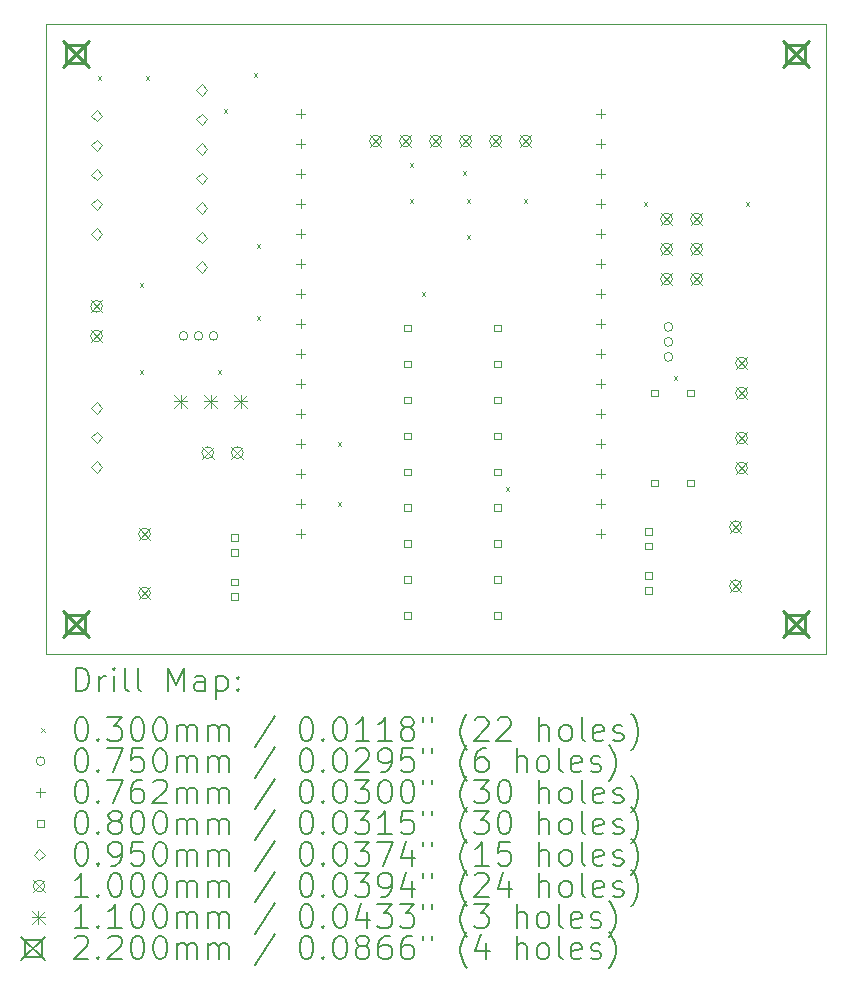
<source format=gbr>
%TF.GenerationSoftware,KiCad,Pcbnew,8.0.8*%
%TF.CreationDate,2025-01-19T23:46:45+01:00*%
%TF.ProjectId,ESP32ScoringDevice_PCB_THT_Rev1.2,45535033-3253-4636-9f72-696e67446576,1.1*%
%TF.SameCoordinates,Original*%
%TF.FileFunction,Drillmap*%
%TF.FilePolarity,Positive*%
%FSLAX45Y45*%
G04 Gerber Fmt 4.5, Leading zero omitted, Abs format (unit mm)*
G04 Created by KiCad (PCBNEW 8.0.8) date 2025-01-19 23:46:45*
%MOMM*%
%LPD*%
G01*
G04 APERTURE LIST*
%ADD10C,0.100000*%
%ADD11C,0.200000*%
%ADD12C,0.110000*%
%ADD13C,0.220000*%
G04 APERTURE END LIST*
D10*
X14478000Y-13208000D02*
X7874000Y-13208000D01*
X7874000Y-7874000D01*
X14478000Y-7874000D01*
X14478000Y-13208000D01*
D11*
D10*
X8316200Y-8316200D02*
X8346200Y-8346200D01*
X8346200Y-8316200D02*
X8316200Y-8346200D01*
X8671800Y-10068800D02*
X8701800Y-10098800D01*
X8701800Y-10068800D02*
X8671800Y-10098800D01*
X8671800Y-10805400D02*
X8701800Y-10835400D01*
X8701800Y-10805400D02*
X8671800Y-10835400D01*
X8722600Y-8316200D02*
X8752600Y-8346200D01*
X8752600Y-8316200D02*
X8722600Y-8346200D01*
X9332200Y-10805400D02*
X9362200Y-10835400D01*
X9362200Y-10805400D02*
X9332200Y-10835400D01*
X9383000Y-8595600D02*
X9413000Y-8625600D01*
X9413000Y-8595600D02*
X9383000Y-8625600D01*
X9637000Y-8290800D02*
X9667000Y-8320800D01*
X9667000Y-8290800D02*
X9637000Y-8320800D01*
X9662400Y-9738600D02*
X9692400Y-9768600D01*
X9692400Y-9738600D02*
X9662400Y-9768600D01*
X9662400Y-10348200D02*
X9692400Y-10378200D01*
X9692400Y-10348200D02*
X9662400Y-10378200D01*
X10348200Y-11415000D02*
X10378200Y-11445000D01*
X10378200Y-11415000D02*
X10348200Y-11445000D01*
X10348200Y-11923000D02*
X10378200Y-11953000D01*
X10378200Y-11923000D02*
X10348200Y-11953000D01*
X10957800Y-9052800D02*
X10987800Y-9082800D01*
X10987800Y-9052800D02*
X10957800Y-9082800D01*
X10957800Y-9357600D02*
X10987800Y-9387600D01*
X10987800Y-9357600D02*
X10957800Y-9387600D01*
X11059400Y-10145000D02*
X11089400Y-10175000D01*
X11089400Y-10145000D02*
X11059400Y-10175000D01*
X11407040Y-9121760D02*
X11437040Y-9151760D01*
X11437040Y-9121760D02*
X11407040Y-9151760D01*
X11440400Y-9357600D02*
X11470400Y-9387600D01*
X11470400Y-9357600D02*
X11440400Y-9387600D01*
X11440400Y-9662400D02*
X11470400Y-9692400D01*
X11470400Y-9662400D02*
X11440400Y-9692400D01*
X11770600Y-11796000D02*
X11800600Y-11826000D01*
X11800600Y-11796000D02*
X11770600Y-11826000D01*
X11923000Y-9357600D02*
X11953000Y-9387600D01*
X11953000Y-9357600D02*
X11923000Y-9387600D01*
X12939000Y-9383000D02*
X12969000Y-9413000D01*
X12969000Y-9383000D02*
X12939000Y-9413000D01*
X13193000Y-10856200D02*
X13223000Y-10886200D01*
X13223000Y-10856200D02*
X13193000Y-10886200D01*
X13802600Y-9383000D02*
X13832600Y-9413000D01*
X13832600Y-9383000D02*
X13802600Y-9413000D01*
X9079900Y-10515600D02*
G75*
G02*
X9004900Y-10515600I-37500J0D01*
G01*
X9004900Y-10515600D02*
G75*
G02*
X9079900Y-10515600I37500J0D01*
G01*
X9206900Y-10515600D02*
G75*
G02*
X9131900Y-10515600I-37500J0D01*
G01*
X9131900Y-10515600D02*
G75*
G02*
X9206900Y-10515600I37500J0D01*
G01*
X9333900Y-10515600D02*
G75*
G02*
X9258900Y-10515600I-37500J0D01*
G01*
X9258900Y-10515600D02*
G75*
G02*
X9333900Y-10515600I37500J0D01*
G01*
X13184980Y-10439400D02*
G75*
G02*
X13109980Y-10439400I-37500J0D01*
G01*
X13109980Y-10439400D02*
G75*
G02*
X13184980Y-10439400I37500J0D01*
G01*
X13184980Y-10566400D02*
G75*
G02*
X13109980Y-10566400I-37500J0D01*
G01*
X13109980Y-10566400D02*
G75*
G02*
X13184980Y-10566400I37500J0D01*
G01*
X13184980Y-10693400D02*
G75*
G02*
X13109980Y-10693400I-37500J0D01*
G01*
X13109980Y-10693400D02*
G75*
G02*
X13184980Y-10693400I37500J0D01*
G01*
X10033000Y-8597900D02*
X10033000Y-8674100D01*
X9994900Y-8636000D02*
X10071100Y-8636000D01*
X10033000Y-8851900D02*
X10033000Y-8928100D01*
X9994900Y-8890000D02*
X10071100Y-8890000D01*
X10033000Y-9105900D02*
X10033000Y-9182100D01*
X9994900Y-9144000D02*
X10071100Y-9144000D01*
X10033000Y-9359900D02*
X10033000Y-9436100D01*
X9994900Y-9398000D02*
X10071100Y-9398000D01*
X10033000Y-9613900D02*
X10033000Y-9690100D01*
X9994900Y-9652000D02*
X10071100Y-9652000D01*
X10033000Y-9867900D02*
X10033000Y-9944100D01*
X9994900Y-9906000D02*
X10071100Y-9906000D01*
X10033000Y-10121900D02*
X10033000Y-10198100D01*
X9994900Y-10160000D02*
X10071100Y-10160000D01*
X10033000Y-10375900D02*
X10033000Y-10452100D01*
X9994900Y-10414000D02*
X10071100Y-10414000D01*
X10033000Y-10629900D02*
X10033000Y-10706100D01*
X9994900Y-10668000D02*
X10071100Y-10668000D01*
X10033000Y-10883900D02*
X10033000Y-10960100D01*
X9994900Y-10922000D02*
X10071100Y-10922000D01*
X10033000Y-11137900D02*
X10033000Y-11214100D01*
X9994900Y-11176000D02*
X10071100Y-11176000D01*
X10033000Y-11391900D02*
X10033000Y-11468100D01*
X9994900Y-11430000D02*
X10071100Y-11430000D01*
X10033000Y-11645900D02*
X10033000Y-11722100D01*
X9994900Y-11684000D02*
X10071100Y-11684000D01*
X10033000Y-11899900D02*
X10033000Y-11976100D01*
X9994900Y-11938000D02*
X10071100Y-11938000D01*
X10033000Y-12153900D02*
X10033000Y-12230100D01*
X9994900Y-12192000D02*
X10071100Y-12192000D01*
X12573000Y-8597900D02*
X12573000Y-8674100D01*
X12534900Y-8636000D02*
X12611100Y-8636000D01*
X12573000Y-8851900D02*
X12573000Y-8928100D01*
X12534900Y-8890000D02*
X12611100Y-8890000D01*
X12573000Y-9105900D02*
X12573000Y-9182100D01*
X12534900Y-9144000D02*
X12611100Y-9144000D01*
X12573000Y-9359900D02*
X12573000Y-9436100D01*
X12534900Y-9398000D02*
X12611100Y-9398000D01*
X12573000Y-9613900D02*
X12573000Y-9690100D01*
X12534900Y-9652000D02*
X12611100Y-9652000D01*
X12573000Y-9867900D02*
X12573000Y-9944100D01*
X12534900Y-9906000D02*
X12611100Y-9906000D01*
X12573000Y-10121900D02*
X12573000Y-10198100D01*
X12534900Y-10160000D02*
X12611100Y-10160000D01*
X12573000Y-10375900D02*
X12573000Y-10452100D01*
X12534900Y-10414000D02*
X12611100Y-10414000D01*
X12573000Y-10629900D02*
X12573000Y-10706100D01*
X12534900Y-10668000D02*
X12611100Y-10668000D01*
X12573000Y-10883900D02*
X12573000Y-10960100D01*
X12534900Y-10922000D02*
X12611100Y-10922000D01*
X12573000Y-11137900D02*
X12573000Y-11214100D01*
X12534900Y-11176000D02*
X12611100Y-11176000D01*
X12573000Y-11391900D02*
X12573000Y-11468100D01*
X12534900Y-11430000D02*
X12611100Y-11430000D01*
X12573000Y-11645900D02*
X12573000Y-11722100D01*
X12534900Y-11684000D02*
X12611100Y-11684000D01*
X12573000Y-11899900D02*
X12573000Y-11976100D01*
X12534900Y-11938000D02*
X12611100Y-11938000D01*
X12573000Y-12153900D02*
X12573000Y-12230100D01*
X12534900Y-12192000D02*
X12611100Y-12192000D01*
X9502485Y-12251684D02*
X9502485Y-12195115D01*
X9445916Y-12195115D01*
X9445916Y-12251684D01*
X9502485Y-12251684D01*
X9502485Y-12376684D02*
X9502485Y-12320115D01*
X9445916Y-12320115D01*
X9445916Y-12376684D01*
X9502485Y-12376684D01*
X9502485Y-12626684D02*
X9502485Y-12570115D01*
X9445916Y-12570115D01*
X9445916Y-12626684D01*
X9502485Y-12626684D01*
X9502485Y-12751684D02*
X9502485Y-12695115D01*
X9445916Y-12695115D01*
X9445916Y-12751684D01*
X9502485Y-12751684D01*
X10968085Y-10475685D02*
X10968085Y-10419116D01*
X10911516Y-10419116D01*
X10911516Y-10475685D01*
X10968085Y-10475685D01*
X10968085Y-10780485D02*
X10968085Y-10723916D01*
X10911516Y-10723916D01*
X10911516Y-10780485D01*
X10968085Y-10780485D01*
X10969285Y-11085285D02*
X10969285Y-11028716D01*
X10912716Y-11028716D01*
X10912716Y-11085285D01*
X10969285Y-11085285D01*
X10969285Y-11390084D02*
X10969285Y-11333515D01*
X10912716Y-11333515D01*
X10912716Y-11390084D01*
X10969285Y-11390084D01*
X10969285Y-11694884D02*
X10969285Y-11638315D01*
X10912716Y-11638315D01*
X10912716Y-11694884D01*
X10969285Y-11694884D01*
X10969285Y-11995884D02*
X10969285Y-11939315D01*
X10912716Y-11939315D01*
X10912716Y-11995884D01*
X10969285Y-11995884D01*
X10969285Y-12300684D02*
X10969285Y-12244115D01*
X10912716Y-12244115D01*
X10912716Y-12300684D01*
X10969285Y-12300684D01*
X10969285Y-12605484D02*
X10969285Y-12548915D01*
X10912716Y-12548915D01*
X10912716Y-12605484D01*
X10969285Y-12605484D01*
X10969285Y-12910284D02*
X10969285Y-12853715D01*
X10912716Y-12853715D01*
X10912716Y-12910284D01*
X10969285Y-12910284D01*
X11730084Y-10475685D02*
X11730084Y-10419116D01*
X11673515Y-10419116D01*
X11673515Y-10475685D01*
X11730084Y-10475685D01*
X11730084Y-10780485D02*
X11730084Y-10723916D01*
X11673515Y-10723916D01*
X11673515Y-10780485D01*
X11730084Y-10780485D01*
X11731284Y-11085285D02*
X11731284Y-11028716D01*
X11674715Y-11028716D01*
X11674715Y-11085285D01*
X11731284Y-11085285D01*
X11731284Y-11390084D02*
X11731284Y-11333515D01*
X11674715Y-11333515D01*
X11674715Y-11390084D01*
X11731284Y-11390084D01*
X11731284Y-11694884D02*
X11731284Y-11638315D01*
X11674715Y-11638315D01*
X11674715Y-11694884D01*
X11731284Y-11694884D01*
X11731284Y-11995884D02*
X11731284Y-11939315D01*
X11674715Y-11939315D01*
X11674715Y-11995884D01*
X11731284Y-11995884D01*
X11731284Y-12300684D02*
X11731284Y-12244115D01*
X11674715Y-12244115D01*
X11674715Y-12300684D01*
X11731284Y-12300684D01*
X11731284Y-12605484D02*
X11731284Y-12548915D01*
X11674715Y-12548915D01*
X11674715Y-12605484D01*
X11731284Y-12605484D01*
X11731284Y-12910284D02*
X11731284Y-12853715D01*
X11674715Y-12853715D01*
X11674715Y-12910284D01*
X11731284Y-12910284D01*
X13007684Y-12198884D02*
X13007684Y-12142315D01*
X12951115Y-12142315D01*
X12951115Y-12198884D01*
X13007684Y-12198884D01*
X13007684Y-12323884D02*
X13007684Y-12267315D01*
X12951115Y-12267315D01*
X12951115Y-12323884D01*
X13007684Y-12323884D01*
X13007684Y-12573884D02*
X13007684Y-12517315D01*
X12951115Y-12517315D01*
X12951115Y-12573884D01*
X13007684Y-12573884D01*
X13007684Y-12698884D02*
X13007684Y-12642315D01*
X12951115Y-12642315D01*
X12951115Y-12698884D01*
X13007684Y-12698884D01*
X13058484Y-11026485D02*
X13058484Y-10969916D01*
X13001915Y-10969916D01*
X13001915Y-11026485D01*
X13058484Y-11026485D01*
X13058484Y-11788484D02*
X13058484Y-11731915D01*
X13001915Y-11731915D01*
X13001915Y-11788484D01*
X13058484Y-11788484D01*
X13363284Y-11026485D02*
X13363284Y-10969916D01*
X13306715Y-10969916D01*
X13306715Y-11026485D01*
X13363284Y-11026485D01*
X13363284Y-11788484D02*
X13363284Y-11731915D01*
X13306715Y-11731915D01*
X13306715Y-11788484D01*
X13363284Y-11788484D01*
X8305800Y-8699500D02*
X8353300Y-8652000D01*
X8305800Y-8604500D01*
X8258300Y-8652000D01*
X8305800Y-8699500D01*
X8305800Y-8949500D02*
X8353300Y-8902000D01*
X8305800Y-8854500D01*
X8258300Y-8902000D01*
X8305800Y-8949500D01*
X8305800Y-9199500D02*
X8353300Y-9152000D01*
X8305800Y-9104500D01*
X8258300Y-9152000D01*
X8305800Y-9199500D01*
X8305800Y-9449500D02*
X8353300Y-9402000D01*
X8305800Y-9354500D01*
X8258300Y-9402000D01*
X8305800Y-9449500D01*
X8305800Y-9699500D02*
X8353300Y-9652000D01*
X8305800Y-9604500D01*
X8258300Y-9652000D01*
X8305800Y-9699500D01*
X8305800Y-11172700D02*
X8353300Y-11125200D01*
X8305800Y-11077700D01*
X8258300Y-11125200D01*
X8305800Y-11172700D01*
X8305800Y-11422700D02*
X8353300Y-11375200D01*
X8305800Y-11327700D01*
X8258300Y-11375200D01*
X8305800Y-11422700D01*
X8305800Y-11672700D02*
X8353300Y-11625200D01*
X8305800Y-11577700D01*
X8258300Y-11625200D01*
X8305800Y-11672700D01*
X9194800Y-8480300D02*
X9242300Y-8432800D01*
X9194800Y-8385300D01*
X9147300Y-8432800D01*
X9194800Y-8480300D01*
X9194800Y-8730300D02*
X9242300Y-8682800D01*
X9194800Y-8635300D01*
X9147300Y-8682800D01*
X9194800Y-8730300D01*
X9194800Y-8980300D02*
X9242300Y-8932800D01*
X9194800Y-8885300D01*
X9147300Y-8932800D01*
X9194800Y-8980300D01*
X9194800Y-9230300D02*
X9242300Y-9182800D01*
X9194800Y-9135300D01*
X9147300Y-9182800D01*
X9194800Y-9230300D01*
X9194800Y-9480300D02*
X9242300Y-9432800D01*
X9194800Y-9385300D01*
X9147300Y-9432800D01*
X9194800Y-9480300D01*
X9194800Y-9730300D02*
X9242300Y-9682800D01*
X9194800Y-9635300D01*
X9147300Y-9682800D01*
X9194800Y-9730300D01*
X9194800Y-9980300D02*
X9242300Y-9932800D01*
X9194800Y-9885300D01*
X9147300Y-9932800D01*
X9194800Y-9980300D01*
X8255800Y-10215600D02*
X8355800Y-10315600D01*
X8355800Y-10215600D02*
X8255800Y-10315600D01*
X8355800Y-10265600D02*
G75*
G02*
X8255800Y-10265600I-50000J0D01*
G01*
X8255800Y-10265600D02*
G75*
G02*
X8355800Y-10265600I50000J0D01*
G01*
X8255800Y-10465600D02*
X8355800Y-10565600D01*
X8355800Y-10465600D02*
X8255800Y-10565600D01*
X8355800Y-10515600D02*
G75*
G02*
X8255800Y-10515600I-50000J0D01*
G01*
X8255800Y-10515600D02*
G75*
G02*
X8355800Y-10515600I50000J0D01*
G01*
X8662200Y-12142000D02*
X8762200Y-12242000D01*
X8762200Y-12142000D02*
X8662200Y-12242000D01*
X8762200Y-12192000D02*
G75*
G02*
X8662200Y-12192000I-50000J0D01*
G01*
X8662200Y-12192000D02*
G75*
G02*
X8762200Y-12192000I50000J0D01*
G01*
X8662200Y-12642000D02*
X8762200Y-12742000D01*
X8762200Y-12642000D02*
X8662200Y-12742000D01*
X8762200Y-12692000D02*
G75*
G02*
X8662200Y-12692000I-50000J0D01*
G01*
X8662200Y-12692000D02*
G75*
G02*
X8762200Y-12692000I50000J0D01*
G01*
X9197600Y-11454500D02*
X9297600Y-11554500D01*
X9297600Y-11454500D02*
X9197600Y-11554500D01*
X9297600Y-11504500D02*
G75*
G02*
X9197600Y-11504500I-50000J0D01*
G01*
X9197600Y-11504500D02*
G75*
G02*
X9297600Y-11504500I50000J0D01*
G01*
X9447600Y-11454500D02*
X9547600Y-11554500D01*
X9547600Y-11454500D02*
X9447600Y-11554500D01*
X9547600Y-11504500D02*
G75*
G02*
X9447600Y-11504500I-50000J0D01*
G01*
X9447600Y-11504500D02*
G75*
G02*
X9547600Y-11504500I50000J0D01*
G01*
X10618000Y-8814600D02*
X10718000Y-8914600D01*
X10718000Y-8814600D02*
X10618000Y-8914600D01*
X10718000Y-8864600D02*
G75*
G02*
X10618000Y-8864600I-50000J0D01*
G01*
X10618000Y-8864600D02*
G75*
G02*
X10718000Y-8864600I50000J0D01*
G01*
X10872000Y-8814600D02*
X10972000Y-8914600D01*
X10972000Y-8814600D02*
X10872000Y-8914600D01*
X10972000Y-8864600D02*
G75*
G02*
X10872000Y-8864600I-50000J0D01*
G01*
X10872000Y-8864600D02*
G75*
G02*
X10972000Y-8864600I50000J0D01*
G01*
X11126000Y-8814600D02*
X11226000Y-8914600D01*
X11226000Y-8814600D02*
X11126000Y-8914600D01*
X11226000Y-8864600D02*
G75*
G02*
X11126000Y-8864600I-50000J0D01*
G01*
X11126000Y-8864600D02*
G75*
G02*
X11226000Y-8864600I50000J0D01*
G01*
X11380000Y-8814600D02*
X11480000Y-8914600D01*
X11480000Y-8814600D02*
X11380000Y-8914600D01*
X11480000Y-8864600D02*
G75*
G02*
X11380000Y-8864600I-50000J0D01*
G01*
X11380000Y-8864600D02*
G75*
G02*
X11480000Y-8864600I50000J0D01*
G01*
X11634000Y-8814600D02*
X11734000Y-8914600D01*
X11734000Y-8814600D02*
X11634000Y-8914600D01*
X11734000Y-8864600D02*
G75*
G02*
X11634000Y-8864600I-50000J0D01*
G01*
X11634000Y-8864600D02*
G75*
G02*
X11734000Y-8864600I50000J0D01*
G01*
X11888000Y-8814600D02*
X11988000Y-8914600D01*
X11988000Y-8814600D02*
X11888000Y-8914600D01*
X11988000Y-8864600D02*
G75*
G02*
X11888000Y-8864600I-50000J0D01*
G01*
X11888000Y-8864600D02*
G75*
G02*
X11988000Y-8864600I50000J0D01*
G01*
X13081800Y-9475000D02*
X13181800Y-9575000D01*
X13181800Y-9475000D02*
X13081800Y-9575000D01*
X13181800Y-9525000D02*
G75*
G02*
X13081800Y-9525000I-50000J0D01*
G01*
X13081800Y-9525000D02*
G75*
G02*
X13181800Y-9525000I50000J0D01*
G01*
X13081800Y-9729000D02*
X13181800Y-9829000D01*
X13181800Y-9729000D02*
X13081800Y-9829000D01*
X13181800Y-9779000D02*
G75*
G02*
X13081800Y-9779000I-50000J0D01*
G01*
X13081800Y-9779000D02*
G75*
G02*
X13181800Y-9779000I50000J0D01*
G01*
X13081800Y-9983000D02*
X13181800Y-10083000D01*
X13181800Y-9983000D02*
X13081800Y-10083000D01*
X13181800Y-10033000D02*
G75*
G02*
X13081800Y-10033000I-50000J0D01*
G01*
X13081800Y-10033000D02*
G75*
G02*
X13181800Y-10033000I50000J0D01*
G01*
X13335800Y-9475000D02*
X13435800Y-9575000D01*
X13435800Y-9475000D02*
X13335800Y-9575000D01*
X13435800Y-9525000D02*
G75*
G02*
X13335800Y-9525000I-50000J0D01*
G01*
X13335800Y-9525000D02*
G75*
G02*
X13435800Y-9525000I50000J0D01*
G01*
X13335800Y-9729000D02*
X13435800Y-9829000D01*
X13435800Y-9729000D02*
X13335800Y-9829000D01*
X13435800Y-9779000D02*
G75*
G02*
X13335800Y-9779000I-50000J0D01*
G01*
X13335800Y-9779000D02*
G75*
G02*
X13435800Y-9779000I50000J0D01*
G01*
X13335800Y-9983000D02*
X13435800Y-10083000D01*
X13435800Y-9983000D02*
X13335800Y-10083000D01*
X13435800Y-10033000D02*
G75*
G02*
X13335800Y-10033000I-50000J0D01*
G01*
X13335800Y-10033000D02*
G75*
G02*
X13435800Y-10033000I50000J0D01*
G01*
X13666000Y-12081970D02*
X13766000Y-12181970D01*
X13766000Y-12081970D02*
X13666000Y-12181970D01*
X13766000Y-12131970D02*
G75*
G02*
X13666000Y-12131970I-50000J0D01*
G01*
X13666000Y-12131970D02*
G75*
G02*
X13766000Y-12131970I50000J0D01*
G01*
X13666000Y-12581970D02*
X13766000Y-12681970D01*
X13766000Y-12581970D02*
X13666000Y-12681970D01*
X13766000Y-12631970D02*
G75*
G02*
X13666000Y-12631970I-50000J0D01*
G01*
X13666000Y-12631970D02*
G75*
G02*
X13766000Y-12631970I50000J0D01*
G01*
X13716800Y-10694200D02*
X13816800Y-10794200D01*
X13816800Y-10694200D02*
X13716800Y-10794200D01*
X13816800Y-10744200D02*
G75*
G02*
X13716800Y-10744200I-50000J0D01*
G01*
X13716800Y-10744200D02*
G75*
G02*
X13816800Y-10744200I50000J0D01*
G01*
X13716800Y-10948200D02*
X13816800Y-11048200D01*
X13816800Y-10948200D02*
X13716800Y-11048200D01*
X13816800Y-10998200D02*
G75*
G02*
X13716800Y-10998200I-50000J0D01*
G01*
X13716800Y-10998200D02*
G75*
G02*
X13816800Y-10998200I50000J0D01*
G01*
X13716800Y-11329200D02*
X13816800Y-11429200D01*
X13816800Y-11329200D02*
X13716800Y-11429200D01*
X13816800Y-11379200D02*
G75*
G02*
X13716800Y-11379200I-50000J0D01*
G01*
X13716800Y-11379200D02*
G75*
G02*
X13816800Y-11379200I50000J0D01*
G01*
X13716800Y-11583200D02*
X13816800Y-11683200D01*
X13816800Y-11583200D02*
X13716800Y-11683200D01*
X13816800Y-11633200D02*
G75*
G02*
X13716800Y-11633200I-50000J0D01*
G01*
X13716800Y-11633200D02*
G75*
G02*
X13816800Y-11633200I50000J0D01*
G01*
D12*
X8962000Y-11012300D02*
X9072000Y-11122300D01*
X9072000Y-11012300D02*
X8962000Y-11122300D01*
X9017000Y-11012300D02*
X9017000Y-11122300D01*
X8962000Y-11067300D02*
X9072000Y-11067300D01*
X9216000Y-11012300D02*
X9326000Y-11122300D01*
X9326000Y-11012300D02*
X9216000Y-11122300D01*
X9271000Y-11012300D02*
X9271000Y-11122300D01*
X9216000Y-11067300D02*
X9326000Y-11067300D01*
X9470000Y-11012300D02*
X9580000Y-11122300D01*
X9580000Y-11012300D02*
X9470000Y-11122300D01*
X9525000Y-11012300D02*
X9525000Y-11122300D01*
X9470000Y-11067300D02*
X9580000Y-11067300D01*
D13*
X8018000Y-8018000D02*
X8238000Y-8238000D01*
X8238000Y-8018000D02*
X8018000Y-8238000D01*
X8205782Y-8205782D02*
X8205782Y-8050217D01*
X8050217Y-8050217D01*
X8050217Y-8205782D01*
X8205782Y-8205782D01*
X8018000Y-12844000D02*
X8238000Y-13064000D01*
X8238000Y-12844000D02*
X8018000Y-13064000D01*
X8205782Y-13031782D02*
X8205782Y-12876217D01*
X8050217Y-12876217D01*
X8050217Y-13031782D01*
X8205782Y-13031782D01*
X14114000Y-8018000D02*
X14334000Y-8238000D01*
X14334000Y-8018000D02*
X14114000Y-8238000D01*
X14301782Y-8205782D02*
X14301782Y-8050217D01*
X14146217Y-8050217D01*
X14146217Y-8205782D01*
X14301782Y-8205782D01*
X14114000Y-12844000D02*
X14334000Y-13064000D01*
X14334000Y-12844000D02*
X14114000Y-13064000D01*
X14301782Y-13031782D02*
X14301782Y-12876217D01*
X14146217Y-12876217D01*
X14146217Y-13031782D01*
X14301782Y-13031782D01*
D11*
X8129777Y-13524484D02*
X8129777Y-13324484D01*
X8129777Y-13324484D02*
X8177396Y-13324484D01*
X8177396Y-13324484D02*
X8205967Y-13334008D01*
X8205967Y-13334008D02*
X8225015Y-13353055D01*
X8225015Y-13353055D02*
X8234539Y-13372103D01*
X8234539Y-13372103D02*
X8244062Y-13410198D01*
X8244062Y-13410198D02*
X8244062Y-13438769D01*
X8244062Y-13438769D02*
X8234539Y-13476865D01*
X8234539Y-13476865D02*
X8225015Y-13495912D01*
X8225015Y-13495912D02*
X8205967Y-13514960D01*
X8205967Y-13514960D02*
X8177396Y-13524484D01*
X8177396Y-13524484D02*
X8129777Y-13524484D01*
X8329777Y-13524484D02*
X8329777Y-13391150D01*
X8329777Y-13429246D02*
X8339301Y-13410198D01*
X8339301Y-13410198D02*
X8348824Y-13400674D01*
X8348824Y-13400674D02*
X8367872Y-13391150D01*
X8367872Y-13391150D02*
X8386920Y-13391150D01*
X8453586Y-13524484D02*
X8453586Y-13391150D01*
X8453586Y-13324484D02*
X8444063Y-13334008D01*
X8444063Y-13334008D02*
X8453586Y-13343531D01*
X8453586Y-13343531D02*
X8463110Y-13334008D01*
X8463110Y-13334008D02*
X8453586Y-13324484D01*
X8453586Y-13324484D02*
X8453586Y-13343531D01*
X8577396Y-13524484D02*
X8558348Y-13514960D01*
X8558348Y-13514960D02*
X8548824Y-13495912D01*
X8548824Y-13495912D02*
X8548824Y-13324484D01*
X8682158Y-13524484D02*
X8663110Y-13514960D01*
X8663110Y-13514960D02*
X8653586Y-13495912D01*
X8653586Y-13495912D02*
X8653586Y-13324484D01*
X8910729Y-13524484D02*
X8910729Y-13324484D01*
X8910729Y-13324484D02*
X8977396Y-13467341D01*
X8977396Y-13467341D02*
X9044063Y-13324484D01*
X9044063Y-13324484D02*
X9044063Y-13524484D01*
X9225015Y-13524484D02*
X9225015Y-13419722D01*
X9225015Y-13419722D02*
X9215491Y-13400674D01*
X9215491Y-13400674D02*
X9196444Y-13391150D01*
X9196444Y-13391150D02*
X9158348Y-13391150D01*
X9158348Y-13391150D02*
X9139301Y-13400674D01*
X9225015Y-13514960D02*
X9205967Y-13524484D01*
X9205967Y-13524484D02*
X9158348Y-13524484D01*
X9158348Y-13524484D02*
X9139301Y-13514960D01*
X9139301Y-13514960D02*
X9129777Y-13495912D01*
X9129777Y-13495912D02*
X9129777Y-13476865D01*
X9129777Y-13476865D02*
X9139301Y-13457817D01*
X9139301Y-13457817D02*
X9158348Y-13448293D01*
X9158348Y-13448293D02*
X9205967Y-13448293D01*
X9205967Y-13448293D02*
X9225015Y-13438769D01*
X9320253Y-13391150D02*
X9320253Y-13591150D01*
X9320253Y-13400674D02*
X9339301Y-13391150D01*
X9339301Y-13391150D02*
X9377396Y-13391150D01*
X9377396Y-13391150D02*
X9396444Y-13400674D01*
X9396444Y-13400674D02*
X9405967Y-13410198D01*
X9405967Y-13410198D02*
X9415491Y-13429246D01*
X9415491Y-13429246D02*
X9415491Y-13486388D01*
X9415491Y-13486388D02*
X9405967Y-13505436D01*
X9405967Y-13505436D02*
X9396444Y-13514960D01*
X9396444Y-13514960D02*
X9377396Y-13524484D01*
X9377396Y-13524484D02*
X9339301Y-13524484D01*
X9339301Y-13524484D02*
X9320253Y-13514960D01*
X9501205Y-13505436D02*
X9510729Y-13514960D01*
X9510729Y-13514960D02*
X9501205Y-13524484D01*
X9501205Y-13524484D02*
X9491682Y-13514960D01*
X9491682Y-13514960D02*
X9501205Y-13505436D01*
X9501205Y-13505436D02*
X9501205Y-13524484D01*
X9501205Y-13400674D02*
X9510729Y-13410198D01*
X9510729Y-13410198D02*
X9501205Y-13419722D01*
X9501205Y-13419722D02*
X9491682Y-13410198D01*
X9491682Y-13410198D02*
X9501205Y-13400674D01*
X9501205Y-13400674D02*
X9501205Y-13419722D01*
D10*
X7839000Y-13838000D02*
X7869000Y-13868000D01*
X7869000Y-13838000D02*
X7839000Y-13868000D01*
D11*
X8167872Y-13744484D02*
X8186920Y-13744484D01*
X8186920Y-13744484D02*
X8205967Y-13754008D01*
X8205967Y-13754008D02*
X8215491Y-13763531D01*
X8215491Y-13763531D02*
X8225015Y-13782579D01*
X8225015Y-13782579D02*
X8234539Y-13820674D01*
X8234539Y-13820674D02*
X8234539Y-13868293D01*
X8234539Y-13868293D02*
X8225015Y-13906388D01*
X8225015Y-13906388D02*
X8215491Y-13925436D01*
X8215491Y-13925436D02*
X8205967Y-13934960D01*
X8205967Y-13934960D02*
X8186920Y-13944484D01*
X8186920Y-13944484D02*
X8167872Y-13944484D01*
X8167872Y-13944484D02*
X8148824Y-13934960D01*
X8148824Y-13934960D02*
X8139301Y-13925436D01*
X8139301Y-13925436D02*
X8129777Y-13906388D01*
X8129777Y-13906388D02*
X8120253Y-13868293D01*
X8120253Y-13868293D02*
X8120253Y-13820674D01*
X8120253Y-13820674D02*
X8129777Y-13782579D01*
X8129777Y-13782579D02*
X8139301Y-13763531D01*
X8139301Y-13763531D02*
X8148824Y-13754008D01*
X8148824Y-13754008D02*
X8167872Y-13744484D01*
X8320253Y-13925436D02*
X8329777Y-13934960D01*
X8329777Y-13934960D02*
X8320253Y-13944484D01*
X8320253Y-13944484D02*
X8310729Y-13934960D01*
X8310729Y-13934960D02*
X8320253Y-13925436D01*
X8320253Y-13925436D02*
X8320253Y-13944484D01*
X8396444Y-13744484D02*
X8520253Y-13744484D01*
X8520253Y-13744484D02*
X8453586Y-13820674D01*
X8453586Y-13820674D02*
X8482158Y-13820674D01*
X8482158Y-13820674D02*
X8501205Y-13830198D01*
X8501205Y-13830198D02*
X8510729Y-13839722D01*
X8510729Y-13839722D02*
X8520253Y-13858769D01*
X8520253Y-13858769D02*
X8520253Y-13906388D01*
X8520253Y-13906388D02*
X8510729Y-13925436D01*
X8510729Y-13925436D02*
X8501205Y-13934960D01*
X8501205Y-13934960D02*
X8482158Y-13944484D01*
X8482158Y-13944484D02*
X8425015Y-13944484D01*
X8425015Y-13944484D02*
X8405967Y-13934960D01*
X8405967Y-13934960D02*
X8396444Y-13925436D01*
X8644063Y-13744484D02*
X8663110Y-13744484D01*
X8663110Y-13744484D02*
X8682158Y-13754008D01*
X8682158Y-13754008D02*
X8691682Y-13763531D01*
X8691682Y-13763531D02*
X8701205Y-13782579D01*
X8701205Y-13782579D02*
X8710729Y-13820674D01*
X8710729Y-13820674D02*
X8710729Y-13868293D01*
X8710729Y-13868293D02*
X8701205Y-13906388D01*
X8701205Y-13906388D02*
X8691682Y-13925436D01*
X8691682Y-13925436D02*
X8682158Y-13934960D01*
X8682158Y-13934960D02*
X8663110Y-13944484D01*
X8663110Y-13944484D02*
X8644063Y-13944484D01*
X8644063Y-13944484D02*
X8625015Y-13934960D01*
X8625015Y-13934960D02*
X8615491Y-13925436D01*
X8615491Y-13925436D02*
X8605967Y-13906388D01*
X8605967Y-13906388D02*
X8596444Y-13868293D01*
X8596444Y-13868293D02*
X8596444Y-13820674D01*
X8596444Y-13820674D02*
X8605967Y-13782579D01*
X8605967Y-13782579D02*
X8615491Y-13763531D01*
X8615491Y-13763531D02*
X8625015Y-13754008D01*
X8625015Y-13754008D02*
X8644063Y-13744484D01*
X8834539Y-13744484D02*
X8853586Y-13744484D01*
X8853586Y-13744484D02*
X8872634Y-13754008D01*
X8872634Y-13754008D02*
X8882158Y-13763531D01*
X8882158Y-13763531D02*
X8891682Y-13782579D01*
X8891682Y-13782579D02*
X8901205Y-13820674D01*
X8901205Y-13820674D02*
X8901205Y-13868293D01*
X8901205Y-13868293D02*
X8891682Y-13906388D01*
X8891682Y-13906388D02*
X8882158Y-13925436D01*
X8882158Y-13925436D02*
X8872634Y-13934960D01*
X8872634Y-13934960D02*
X8853586Y-13944484D01*
X8853586Y-13944484D02*
X8834539Y-13944484D01*
X8834539Y-13944484D02*
X8815491Y-13934960D01*
X8815491Y-13934960D02*
X8805967Y-13925436D01*
X8805967Y-13925436D02*
X8796444Y-13906388D01*
X8796444Y-13906388D02*
X8786920Y-13868293D01*
X8786920Y-13868293D02*
X8786920Y-13820674D01*
X8786920Y-13820674D02*
X8796444Y-13782579D01*
X8796444Y-13782579D02*
X8805967Y-13763531D01*
X8805967Y-13763531D02*
X8815491Y-13754008D01*
X8815491Y-13754008D02*
X8834539Y-13744484D01*
X8986920Y-13944484D02*
X8986920Y-13811150D01*
X8986920Y-13830198D02*
X8996444Y-13820674D01*
X8996444Y-13820674D02*
X9015491Y-13811150D01*
X9015491Y-13811150D02*
X9044063Y-13811150D01*
X9044063Y-13811150D02*
X9063110Y-13820674D01*
X9063110Y-13820674D02*
X9072634Y-13839722D01*
X9072634Y-13839722D02*
X9072634Y-13944484D01*
X9072634Y-13839722D02*
X9082158Y-13820674D01*
X9082158Y-13820674D02*
X9101205Y-13811150D01*
X9101205Y-13811150D02*
X9129777Y-13811150D01*
X9129777Y-13811150D02*
X9148825Y-13820674D01*
X9148825Y-13820674D02*
X9158348Y-13839722D01*
X9158348Y-13839722D02*
X9158348Y-13944484D01*
X9253586Y-13944484D02*
X9253586Y-13811150D01*
X9253586Y-13830198D02*
X9263110Y-13820674D01*
X9263110Y-13820674D02*
X9282158Y-13811150D01*
X9282158Y-13811150D02*
X9310729Y-13811150D01*
X9310729Y-13811150D02*
X9329777Y-13820674D01*
X9329777Y-13820674D02*
X9339301Y-13839722D01*
X9339301Y-13839722D02*
X9339301Y-13944484D01*
X9339301Y-13839722D02*
X9348825Y-13820674D01*
X9348825Y-13820674D02*
X9367872Y-13811150D01*
X9367872Y-13811150D02*
X9396444Y-13811150D01*
X9396444Y-13811150D02*
X9415491Y-13820674D01*
X9415491Y-13820674D02*
X9425015Y-13839722D01*
X9425015Y-13839722D02*
X9425015Y-13944484D01*
X9815491Y-13734960D02*
X9644063Y-13992103D01*
X10072634Y-13744484D02*
X10091682Y-13744484D01*
X10091682Y-13744484D02*
X10110729Y-13754008D01*
X10110729Y-13754008D02*
X10120253Y-13763531D01*
X10120253Y-13763531D02*
X10129777Y-13782579D01*
X10129777Y-13782579D02*
X10139301Y-13820674D01*
X10139301Y-13820674D02*
X10139301Y-13868293D01*
X10139301Y-13868293D02*
X10129777Y-13906388D01*
X10129777Y-13906388D02*
X10120253Y-13925436D01*
X10120253Y-13925436D02*
X10110729Y-13934960D01*
X10110729Y-13934960D02*
X10091682Y-13944484D01*
X10091682Y-13944484D02*
X10072634Y-13944484D01*
X10072634Y-13944484D02*
X10053587Y-13934960D01*
X10053587Y-13934960D02*
X10044063Y-13925436D01*
X10044063Y-13925436D02*
X10034539Y-13906388D01*
X10034539Y-13906388D02*
X10025015Y-13868293D01*
X10025015Y-13868293D02*
X10025015Y-13820674D01*
X10025015Y-13820674D02*
X10034539Y-13782579D01*
X10034539Y-13782579D02*
X10044063Y-13763531D01*
X10044063Y-13763531D02*
X10053587Y-13754008D01*
X10053587Y-13754008D02*
X10072634Y-13744484D01*
X10225015Y-13925436D02*
X10234539Y-13934960D01*
X10234539Y-13934960D02*
X10225015Y-13944484D01*
X10225015Y-13944484D02*
X10215491Y-13934960D01*
X10215491Y-13934960D02*
X10225015Y-13925436D01*
X10225015Y-13925436D02*
X10225015Y-13944484D01*
X10358348Y-13744484D02*
X10377396Y-13744484D01*
X10377396Y-13744484D02*
X10396444Y-13754008D01*
X10396444Y-13754008D02*
X10405968Y-13763531D01*
X10405968Y-13763531D02*
X10415491Y-13782579D01*
X10415491Y-13782579D02*
X10425015Y-13820674D01*
X10425015Y-13820674D02*
X10425015Y-13868293D01*
X10425015Y-13868293D02*
X10415491Y-13906388D01*
X10415491Y-13906388D02*
X10405968Y-13925436D01*
X10405968Y-13925436D02*
X10396444Y-13934960D01*
X10396444Y-13934960D02*
X10377396Y-13944484D01*
X10377396Y-13944484D02*
X10358348Y-13944484D01*
X10358348Y-13944484D02*
X10339301Y-13934960D01*
X10339301Y-13934960D02*
X10329777Y-13925436D01*
X10329777Y-13925436D02*
X10320253Y-13906388D01*
X10320253Y-13906388D02*
X10310729Y-13868293D01*
X10310729Y-13868293D02*
X10310729Y-13820674D01*
X10310729Y-13820674D02*
X10320253Y-13782579D01*
X10320253Y-13782579D02*
X10329777Y-13763531D01*
X10329777Y-13763531D02*
X10339301Y-13754008D01*
X10339301Y-13754008D02*
X10358348Y-13744484D01*
X10615491Y-13944484D02*
X10501206Y-13944484D01*
X10558348Y-13944484D02*
X10558348Y-13744484D01*
X10558348Y-13744484D02*
X10539301Y-13773055D01*
X10539301Y-13773055D02*
X10520253Y-13792103D01*
X10520253Y-13792103D02*
X10501206Y-13801627D01*
X10805968Y-13944484D02*
X10691682Y-13944484D01*
X10748825Y-13944484D02*
X10748825Y-13744484D01*
X10748825Y-13744484D02*
X10729777Y-13773055D01*
X10729777Y-13773055D02*
X10710729Y-13792103D01*
X10710729Y-13792103D02*
X10691682Y-13801627D01*
X10920253Y-13830198D02*
X10901206Y-13820674D01*
X10901206Y-13820674D02*
X10891682Y-13811150D01*
X10891682Y-13811150D02*
X10882158Y-13792103D01*
X10882158Y-13792103D02*
X10882158Y-13782579D01*
X10882158Y-13782579D02*
X10891682Y-13763531D01*
X10891682Y-13763531D02*
X10901206Y-13754008D01*
X10901206Y-13754008D02*
X10920253Y-13744484D01*
X10920253Y-13744484D02*
X10958349Y-13744484D01*
X10958349Y-13744484D02*
X10977396Y-13754008D01*
X10977396Y-13754008D02*
X10986920Y-13763531D01*
X10986920Y-13763531D02*
X10996444Y-13782579D01*
X10996444Y-13782579D02*
X10996444Y-13792103D01*
X10996444Y-13792103D02*
X10986920Y-13811150D01*
X10986920Y-13811150D02*
X10977396Y-13820674D01*
X10977396Y-13820674D02*
X10958349Y-13830198D01*
X10958349Y-13830198D02*
X10920253Y-13830198D01*
X10920253Y-13830198D02*
X10901206Y-13839722D01*
X10901206Y-13839722D02*
X10891682Y-13849246D01*
X10891682Y-13849246D02*
X10882158Y-13868293D01*
X10882158Y-13868293D02*
X10882158Y-13906388D01*
X10882158Y-13906388D02*
X10891682Y-13925436D01*
X10891682Y-13925436D02*
X10901206Y-13934960D01*
X10901206Y-13934960D02*
X10920253Y-13944484D01*
X10920253Y-13944484D02*
X10958349Y-13944484D01*
X10958349Y-13944484D02*
X10977396Y-13934960D01*
X10977396Y-13934960D02*
X10986920Y-13925436D01*
X10986920Y-13925436D02*
X10996444Y-13906388D01*
X10996444Y-13906388D02*
X10996444Y-13868293D01*
X10996444Y-13868293D02*
X10986920Y-13849246D01*
X10986920Y-13849246D02*
X10977396Y-13839722D01*
X10977396Y-13839722D02*
X10958349Y-13830198D01*
X11072634Y-13744484D02*
X11072634Y-13782579D01*
X11148825Y-13744484D02*
X11148825Y-13782579D01*
X11444063Y-14020674D02*
X11434539Y-14011150D01*
X11434539Y-14011150D02*
X11415491Y-13982579D01*
X11415491Y-13982579D02*
X11405968Y-13963531D01*
X11405968Y-13963531D02*
X11396444Y-13934960D01*
X11396444Y-13934960D02*
X11386920Y-13887341D01*
X11386920Y-13887341D02*
X11386920Y-13849246D01*
X11386920Y-13849246D02*
X11396444Y-13801627D01*
X11396444Y-13801627D02*
X11405968Y-13773055D01*
X11405968Y-13773055D02*
X11415491Y-13754008D01*
X11415491Y-13754008D02*
X11434539Y-13725436D01*
X11434539Y-13725436D02*
X11444063Y-13715912D01*
X11510729Y-13763531D02*
X11520253Y-13754008D01*
X11520253Y-13754008D02*
X11539301Y-13744484D01*
X11539301Y-13744484D02*
X11586920Y-13744484D01*
X11586920Y-13744484D02*
X11605968Y-13754008D01*
X11605968Y-13754008D02*
X11615491Y-13763531D01*
X11615491Y-13763531D02*
X11625015Y-13782579D01*
X11625015Y-13782579D02*
X11625015Y-13801627D01*
X11625015Y-13801627D02*
X11615491Y-13830198D01*
X11615491Y-13830198D02*
X11501206Y-13944484D01*
X11501206Y-13944484D02*
X11625015Y-13944484D01*
X11701206Y-13763531D02*
X11710729Y-13754008D01*
X11710729Y-13754008D02*
X11729777Y-13744484D01*
X11729777Y-13744484D02*
X11777396Y-13744484D01*
X11777396Y-13744484D02*
X11796444Y-13754008D01*
X11796444Y-13754008D02*
X11805968Y-13763531D01*
X11805968Y-13763531D02*
X11815491Y-13782579D01*
X11815491Y-13782579D02*
X11815491Y-13801627D01*
X11815491Y-13801627D02*
X11805968Y-13830198D01*
X11805968Y-13830198D02*
X11691682Y-13944484D01*
X11691682Y-13944484D02*
X11815491Y-13944484D01*
X12053587Y-13944484D02*
X12053587Y-13744484D01*
X12139301Y-13944484D02*
X12139301Y-13839722D01*
X12139301Y-13839722D02*
X12129777Y-13820674D01*
X12129777Y-13820674D02*
X12110730Y-13811150D01*
X12110730Y-13811150D02*
X12082158Y-13811150D01*
X12082158Y-13811150D02*
X12063110Y-13820674D01*
X12063110Y-13820674D02*
X12053587Y-13830198D01*
X12263110Y-13944484D02*
X12244063Y-13934960D01*
X12244063Y-13934960D02*
X12234539Y-13925436D01*
X12234539Y-13925436D02*
X12225015Y-13906388D01*
X12225015Y-13906388D02*
X12225015Y-13849246D01*
X12225015Y-13849246D02*
X12234539Y-13830198D01*
X12234539Y-13830198D02*
X12244063Y-13820674D01*
X12244063Y-13820674D02*
X12263110Y-13811150D01*
X12263110Y-13811150D02*
X12291682Y-13811150D01*
X12291682Y-13811150D02*
X12310730Y-13820674D01*
X12310730Y-13820674D02*
X12320253Y-13830198D01*
X12320253Y-13830198D02*
X12329777Y-13849246D01*
X12329777Y-13849246D02*
X12329777Y-13906388D01*
X12329777Y-13906388D02*
X12320253Y-13925436D01*
X12320253Y-13925436D02*
X12310730Y-13934960D01*
X12310730Y-13934960D02*
X12291682Y-13944484D01*
X12291682Y-13944484D02*
X12263110Y-13944484D01*
X12444063Y-13944484D02*
X12425015Y-13934960D01*
X12425015Y-13934960D02*
X12415491Y-13915912D01*
X12415491Y-13915912D02*
X12415491Y-13744484D01*
X12596444Y-13934960D02*
X12577396Y-13944484D01*
X12577396Y-13944484D02*
X12539301Y-13944484D01*
X12539301Y-13944484D02*
X12520253Y-13934960D01*
X12520253Y-13934960D02*
X12510730Y-13915912D01*
X12510730Y-13915912D02*
X12510730Y-13839722D01*
X12510730Y-13839722D02*
X12520253Y-13820674D01*
X12520253Y-13820674D02*
X12539301Y-13811150D01*
X12539301Y-13811150D02*
X12577396Y-13811150D01*
X12577396Y-13811150D02*
X12596444Y-13820674D01*
X12596444Y-13820674D02*
X12605968Y-13839722D01*
X12605968Y-13839722D02*
X12605968Y-13858769D01*
X12605968Y-13858769D02*
X12510730Y-13877817D01*
X12682158Y-13934960D02*
X12701206Y-13944484D01*
X12701206Y-13944484D02*
X12739301Y-13944484D01*
X12739301Y-13944484D02*
X12758349Y-13934960D01*
X12758349Y-13934960D02*
X12767872Y-13915912D01*
X12767872Y-13915912D02*
X12767872Y-13906388D01*
X12767872Y-13906388D02*
X12758349Y-13887341D01*
X12758349Y-13887341D02*
X12739301Y-13877817D01*
X12739301Y-13877817D02*
X12710730Y-13877817D01*
X12710730Y-13877817D02*
X12691682Y-13868293D01*
X12691682Y-13868293D02*
X12682158Y-13849246D01*
X12682158Y-13849246D02*
X12682158Y-13839722D01*
X12682158Y-13839722D02*
X12691682Y-13820674D01*
X12691682Y-13820674D02*
X12710730Y-13811150D01*
X12710730Y-13811150D02*
X12739301Y-13811150D01*
X12739301Y-13811150D02*
X12758349Y-13820674D01*
X12834539Y-14020674D02*
X12844063Y-14011150D01*
X12844063Y-14011150D02*
X12863111Y-13982579D01*
X12863111Y-13982579D02*
X12872634Y-13963531D01*
X12872634Y-13963531D02*
X12882158Y-13934960D01*
X12882158Y-13934960D02*
X12891682Y-13887341D01*
X12891682Y-13887341D02*
X12891682Y-13849246D01*
X12891682Y-13849246D02*
X12882158Y-13801627D01*
X12882158Y-13801627D02*
X12872634Y-13773055D01*
X12872634Y-13773055D02*
X12863111Y-13754008D01*
X12863111Y-13754008D02*
X12844063Y-13725436D01*
X12844063Y-13725436D02*
X12834539Y-13715912D01*
D10*
X7869000Y-14117000D02*
G75*
G02*
X7794000Y-14117000I-37500J0D01*
G01*
X7794000Y-14117000D02*
G75*
G02*
X7869000Y-14117000I37500J0D01*
G01*
D11*
X8167872Y-14008484D02*
X8186920Y-14008484D01*
X8186920Y-14008484D02*
X8205967Y-14018008D01*
X8205967Y-14018008D02*
X8215491Y-14027531D01*
X8215491Y-14027531D02*
X8225015Y-14046579D01*
X8225015Y-14046579D02*
X8234539Y-14084674D01*
X8234539Y-14084674D02*
X8234539Y-14132293D01*
X8234539Y-14132293D02*
X8225015Y-14170388D01*
X8225015Y-14170388D02*
X8215491Y-14189436D01*
X8215491Y-14189436D02*
X8205967Y-14198960D01*
X8205967Y-14198960D02*
X8186920Y-14208484D01*
X8186920Y-14208484D02*
X8167872Y-14208484D01*
X8167872Y-14208484D02*
X8148824Y-14198960D01*
X8148824Y-14198960D02*
X8139301Y-14189436D01*
X8139301Y-14189436D02*
X8129777Y-14170388D01*
X8129777Y-14170388D02*
X8120253Y-14132293D01*
X8120253Y-14132293D02*
X8120253Y-14084674D01*
X8120253Y-14084674D02*
X8129777Y-14046579D01*
X8129777Y-14046579D02*
X8139301Y-14027531D01*
X8139301Y-14027531D02*
X8148824Y-14018008D01*
X8148824Y-14018008D02*
X8167872Y-14008484D01*
X8320253Y-14189436D02*
X8329777Y-14198960D01*
X8329777Y-14198960D02*
X8320253Y-14208484D01*
X8320253Y-14208484D02*
X8310729Y-14198960D01*
X8310729Y-14198960D02*
X8320253Y-14189436D01*
X8320253Y-14189436D02*
X8320253Y-14208484D01*
X8396444Y-14008484D02*
X8529777Y-14008484D01*
X8529777Y-14008484D02*
X8444063Y-14208484D01*
X8701205Y-14008484D02*
X8605967Y-14008484D01*
X8605967Y-14008484D02*
X8596444Y-14103722D01*
X8596444Y-14103722D02*
X8605967Y-14094198D01*
X8605967Y-14094198D02*
X8625015Y-14084674D01*
X8625015Y-14084674D02*
X8672634Y-14084674D01*
X8672634Y-14084674D02*
X8691682Y-14094198D01*
X8691682Y-14094198D02*
X8701205Y-14103722D01*
X8701205Y-14103722D02*
X8710729Y-14122769D01*
X8710729Y-14122769D02*
X8710729Y-14170388D01*
X8710729Y-14170388D02*
X8701205Y-14189436D01*
X8701205Y-14189436D02*
X8691682Y-14198960D01*
X8691682Y-14198960D02*
X8672634Y-14208484D01*
X8672634Y-14208484D02*
X8625015Y-14208484D01*
X8625015Y-14208484D02*
X8605967Y-14198960D01*
X8605967Y-14198960D02*
X8596444Y-14189436D01*
X8834539Y-14008484D02*
X8853586Y-14008484D01*
X8853586Y-14008484D02*
X8872634Y-14018008D01*
X8872634Y-14018008D02*
X8882158Y-14027531D01*
X8882158Y-14027531D02*
X8891682Y-14046579D01*
X8891682Y-14046579D02*
X8901205Y-14084674D01*
X8901205Y-14084674D02*
X8901205Y-14132293D01*
X8901205Y-14132293D02*
X8891682Y-14170388D01*
X8891682Y-14170388D02*
X8882158Y-14189436D01*
X8882158Y-14189436D02*
X8872634Y-14198960D01*
X8872634Y-14198960D02*
X8853586Y-14208484D01*
X8853586Y-14208484D02*
X8834539Y-14208484D01*
X8834539Y-14208484D02*
X8815491Y-14198960D01*
X8815491Y-14198960D02*
X8805967Y-14189436D01*
X8805967Y-14189436D02*
X8796444Y-14170388D01*
X8796444Y-14170388D02*
X8786920Y-14132293D01*
X8786920Y-14132293D02*
X8786920Y-14084674D01*
X8786920Y-14084674D02*
X8796444Y-14046579D01*
X8796444Y-14046579D02*
X8805967Y-14027531D01*
X8805967Y-14027531D02*
X8815491Y-14018008D01*
X8815491Y-14018008D02*
X8834539Y-14008484D01*
X8986920Y-14208484D02*
X8986920Y-14075150D01*
X8986920Y-14094198D02*
X8996444Y-14084674D01*
X8996444Y-14084674D02*
X9015491Y-14075150D01*
X9015491Y-14075150D02*
X9044063Y-14075150D01*
X9044063Y-14075150D02*
X9063110Y-14084674D01*
X9063110Y-14084674D02*
X9072634Y-14103722D01*
X9072634Y-14103722D02*
X9072634Y-14208484D01*
X9072634Y-14103722D02*
X9082158Y-14084674D01*
X9082158Y-14084674D02*
X9101205Y-14075150D01*
X9101205Y-14075150D02*
X9129777Y-14075150D01*
X9129777Y-14075150D02*
X9148825Y-14084674D01*
X9148825Y-14084674D02*
X9158348Y-14103722D01*
X9158348Y-14103722D02*
X9158348Y-14208484D01*
X9253586Y-14208484D02*
X9253586Y-14075150D01*
X9253586Y-14094198D02*
X9263110Y-14084674D01*
X9263110Y-14084674D02*
X9282158Y-14075150D01*
X9282158Y-14075150D02*
X9310729Y-14075150D01*
X9310729Y-14075150D02*
X9329777Y-14084674D01*
X9329777Y-14084674D02*
X9339301Y-14103722D01*
X9339301Y-14103722D02*
X9339301Y-14208484D01*
X9339301Y-14103722D02*
X9348825Y-14084674D01*
X9348825Y-14084674D02*
X9367872Y-14075150D01*
X9367872Y-14075150D02*
X9396444Y-14075150D01*
X9396444Y-14075150D02*
X9415491Y-14084674D01*
X9415491Y-14084674D02*
X9425015Y-14103722D01*
X9425015Y-14103722D02*
X9425015Y-14208484D01*
X9815491Y-13998960D02*
X9644063Y-14256103D01*
X10072634Y-14008484D02*
X10091682Y-14008484D01*
X10091682Y-14008484D02*
X10110729Y-14018008D01*
X10110729Y-14018008D02*
X10120253Y-14027531D01*
X10120253Y-14027531D02*
X10129777Y-14046579D01*
X10129777Y-14046579D02*
X10139301Y-14084674D01*
X10139301Y-14084674D02*
X10139301Y-14132293D01*
X10139301Y-14132293D02*
X10129777Y-14170388D01*
X10129777Y-14170388D02*
X10120253Y-14189436D01*
X10120253Y-14189436D02*
X10110729Y-14198960D01*
X10110729Y-14198960D02*
X10091682Y-14208484D01*
X10091682Y-14208484D02*
X10072634Y-14208484D01*
X10072634Y-14208484D02*
X10053587Y-14198960D01*
X10053587Y-14198960D02*
X10044063Y-14189436D01*
X10044063Y-14189436D02*
X10034539Y-14170388D01*
X10034539Y-14170388D02*
X10025015Y-14132293D01*
X10025015Y-14132293D02*
X10025015Y-14084674D01*
X10025015Y-14084674D02*
X10034539Y-14046579D01*
X10034539Y-14046579D02*
X10044063Y-14027531D01*
X10044063Y-14027531D02*
X10053587Y-14018008D01*
X10053587Y-14018008D02*
X10072634Y-14008484D01*
X10225015Y-14189436D02*
X10234539Y-14198960D01*
X10234539Y-14198960D02*
X10225015Y-14208484D01*
X10225015Y-14208484D02*
X10215491Y-14198960D01*
X10215491Y-14198960D02*
X10225015Y-14189436D01*
X10225015Y-14189436D02*
X10225015Y-14208484D01*
X10358348Y-14008484D02*
X10377396Y-14008484D01*
X10377396Y-14008484D02*
X10396444Y-14018008D01*
X10396444Y-14018008D02*
X10405968Y-14027531D01*
X10405968Y-14027531D02*
X10415491Y-14046579D01*
X10415491Y-14046579D02*
X10425015Y-14084674D01*
X10425015Y-14084674D02*
X10425015Y-14132293D01*
X10425015Y-14132293D02*
X10415491Y-14170388D01*
X10415491Y-14170388D02*
X10405968Y-14189436D01*
X10405968Y-14189436D02*
X10396444Y-14198960D01*
X10396444Y-14198960D02*
X10377396Y-14208484D01*
X10377396Y-14208484D02*
X10358348Y-14208484D01*
X10358348Y-14208484D02*
X10339301Y-14198960D01*
X10339301Y-14198960D02*
X10329777Y-14189436D01*
X10329777Y-14189436D02*
X10320253Y-14170388D01*
X10320253Y-14170388D02*
X10310729Y-14132293D01*
X10310729Y-14132293D02*
X10310729Y-14084674D01*
X10310729Y-14084674D02*
X10320253Y-14046579D01*
X10320253Y-14046579D02*
X10329777Y-14027531D01*
X10329777Y-14027531D02*
X10339301Y-14018008D01*
X10339301Y-14018008D02*
X10358348Y-14008484D01*
X10501206Y-14027531D02*
X10510729Y-14018008D01*
X10510729Y-14018008D02*
X10529777Y-14008484D01*
X10529777Y-14008484D02*
X10577396Y-14008484D01*
X10577396Y-14008484D02*
X10596444Y-14018008D01*
X10596444Y-14018008D02*
X10605968Y-14027531D01*
X10605968Y-14027531D02*
X10615491Y-14046579D01*
X10615491Y-14046579D02*
X10615491Y-14065627D01*
X10615491Y-14065627D02*
X10605968Y-14094198D01*
X10605968Y-14094198D02*
X10491682Y-14208484D01*
X10491682Y-14208484D02*
X10615491Y-14208484D01*
X10710729Y-14208484D02*
X10748825Y-14208484D01*
X10748825Y-14208484D02*
X10767872Y-14198960D01*
X10767872Y-14198960D02*
X10777396Y-14189436D01*
X10777396Y-14189436D02*
X10796444Y-14160865D01*
X10796444Y-14160865D02*
X10805968Y-14122769D01*
X10805968Y-14122769D02*
X10805968Y-14046579D01*
X10805968Y-14046579D02*
X10796444Y-14027531D01*
X10796444Y-14027531D02*
X10786920Y-14018008D01*
X10786920Y-14018008D02*
X10767872Y-14008484D01*
X10767872Y-14008484D02*
X10729777Y-14008484D01*
X10729777Y-14008484D02*
X10710729Y-14018008D01*
X10710729Y-14018008D02*
X10701206Y-14027531D01*
X10701206Y-14027531D02*
X10691682Y-14046579D01*
X10691682Y-14046579D02*
X10691682Y-14094198D01*
X10691682Y-14094198D02*
X10701206Y-14113246D01*
X10701206Y-14113246D02*
X10710729Y-14122769D01*
X10710729Y-14122769D02*
X10729777Y-14132293D01*
X10729777Y-14132293D02*
X10767872Y-14132293D01*
X10767872Y-14132293D02*
X10786920Y-14122769D01*
X10786920Y-14122769D02*
X10796444Y-14113246D01*
X10796444Y-14113246D02*
X10805968Y-14094198D01*
X10986920Y-14008484D02*
X10891682Y-14008484D01*
X10891682Y-14008484D02*
X10882158Y-14103722D01*
X10882158Y-14103722D02*
X10891682Y-14094198D01*
X10891682Y-14094198D02*
X10910729Y-14084674D01*
X10910729Y-14084674D02*
X10958349Y-14084674D01*
X10958349Y-14084674D02*
X10977396Y-14094198D01*
X10977396Y-14094198D02*
X10986920Y-14103722D01*
X10986920Y-14103722D02*
X10996444Y-14122769D01*
X10996444Y-14122769D02*
X10996444Y-14170388D01*
X10996444Y-14170388D02*
X10986920Y-14189436D01*
X10986920Y-14189436D02*
X10977396Y-14198960D01*
X10977396Y-14198960D02*
X10958349Y-14208484D01*
X10958349Y-14208484D02*
X10910729Y-14208484D01*
X10910729Y-14208484D02*
X10891682Y-14198960D01*
X10891682Y-14198960D02*
X10882158Y-14189436D01*
X11072634Y-14008484D02*
X11072634Y-14046579D01*
X11148825Y-14008484D02*
X11148825Y-14046579D01*
X11444063Y-14284674D02*
X11434539Y-14275150D01*
X11434539Y-14275150D02*
X11415491Y-14246579D01*
X11415491Y-14246579D02*
X11405968Y-14227531D01*
X11405968Y-14227531D02*
X11396444Y-14198960D01*
X11396444Y-14198960D02*
X11386920Y-14151341D01*
X11386920Y-14151341D02*
X11386920Y-14113246D01*
X11386920Y-14113246D02*
X11396444Y-14065627D01*
X11396444Y-14065627D02*
X11405968Y-14037055D01*
X11405968Y-14037055D02*
X11415491Y-14018008D01*
X11415491Y-14018008D02*
X11434539Y-13989436D01*
X11434539Y-13989436D02*
X11444063Y-13979912D01*
X11605968Y-14008484D02*
X11567872Y-14008484D01*
X11567872Y-14008484D02*
X11548825Y-14018008D01*
X11548825Y-14018008D02*
X11539301Y-14027531D01*
X11539301Y-14027531D02*
X11520253Y-14056103D01*
X11520253Y-14056103D02*
X11510729Y-14094198D01*
X11510729Y-14094198D02*
X11510729Y-14170388D01*
X11510729Y-14170388D02*
X11520253Y-14189436D01*
X11520253Y-14189436D02*
X11529777Y-14198960D01*
X11529777Y-14198960D02*
X11548825Y-14208484D01*
X11548825Y-14208484D02*
X11586920Y-14208484D01*
X11586920Y-14208484D02*
X11605968Y-14198960D01*
X11605968Y-14198960D02*
X11615491Y-14189436D01*
X11615491Y-14189436D02*
X11625015Y-14170388D01*
X11625015Y-14170388D02*
X11625015Y-14122769D01*
X11625015Y-14122769D02*
X11615491Y-14103722D01*
X11615491Y-14103722D02*
X11605968Y-14094198D01*
X11605968Y-14094198D02*
X11586920Y-14084674D01*
X11586920Y-14084674D02*
X11548825Y-14084674D01*
X11548825Y-14084674D02*
X11529777Y-14094198D01*
X11529777Y-14094198D02*
X11520253Y-14103722D01*
X11520253Y-14103722D02*
X11510729Y-14122769D01*
X11863110Y-14208484D02*
X11863110Y-14008484D01*
X11948825Y-14208484D02*
X11948825Y-14103722D01*
X11948825Y-14103722D02*
X11939301Y-14084674D01*
X11939301Y-14084674D02*
X11920253Y-14075150D01*
X11920253Y-14075150D02*
X11891682Y-14075150D01*
X11891682Y-14075150D02*
X11872634Y-14084674D01*
X11872634Y-14084674D02*
X11863110Y-14094198D01*
X12072634Y-14208484D02*
X12053587Y-14198960D01*
X12053587Y-14198960D02*
X12044063Y-14189436D01*
X12044063Y-14189436D02*
X12034539Y-14170388D01*
X12034539Y-14170388D02*
X12034539Y-14113246D01*
X12034539Y-14113246D02*
X12044063Y-14094198D01*
X12044063Y-14094198D02*
X12053587Y-14084674D01*
X12053587Y-14084674D02*
X12072634Y-14075150D01*
X12072634Y-14075150D02*
X12101206Y-14075150D01*
X12101206Y-14075150D02*
X12120253Y-14084674D01*
X12120253Y-14084674D02*
X12129777Y-14094198D01*
X12129777Y-14094198D02*
X12139301Y-14113246D01*
X12139301Y-14113246D02*
X12139301Y-14170388D01*
X12139301Y-14170388D02*
X12129777Y-14189436D01*
X12129777Y-14189436D02*
X12120253Y-14198960D01*
X12120253Y-14198960D02*
X12101206Y-14208484D01*
X12101206Y-14208484D02*
X12072634Y-14208484D01*
X12253587Y-14208484D02*
X12234539Y-14198960D01*
X12234539Y-14198960D02*
X12225015Y-14179912D01*
X12225015Y-14179912D02*
X12225015Y-14008484D01*
X12405968Y-14198960D02*
X12386920Y-14208484D01*
X12386920Y-14208484D02*
X12348825Y-14208484D01*
X12348825Y-14208484D02*
X12329777Y-14198960D01*
X12329777Y-14198960D02*
X12320253Y-14179912D01*
X12320253Y-14179912D02*
X12320253Y-14103722D01*
X12320253Y-14103722D02*
X12329777Y-14084674D01*
X12329777Y-14084674D02*
X12348825Y-14075150D01*
X12348825Y-14075150D02*
X12386920Y-14075150D01*
X12386920Y-14075150D02*
X12405968Y-14084674D01*
X12405968Y-14084674D02*
X12415491Y-14103722D01*
X12415491Y-14103722D02*
X12415491Y-14122769D01*
X12415491Y-14122769D02*
X12320253Y-14141817D01*
X12491682Y-14198960D02*
X12510730Y-14208484D01*
X12510730Y-14208484D02*
X12548825Y-14208484D01*
X12548825Y-14208484D02*
X12567872Y-14198960D01*
X12567872Y-14198960D02*
X12577396Y-14179912D01*
X12577396Y-14179912D02*
X12577396Y-14170388D01*
X12577396Y-14170388D02*
X12567872Y-14151341D01*
X12567872Y-14151341D02*
X12548825Y-14141817D01*
X12548825Y-14141817D02*
X12520253Y-14141817D01*
X12520253Y-14141817D02*
X12501206Y-14132293D01*
X12501206Y-14132293D02*
X12491682Y-14113246D01*
X12491682Y-14113246D02*
X12491682Y-14103722D01*
X12491682Y-14103722D02*
X12501206Y-14084674D01*
X12501206Y-14084674D02*
X12520253Y-14075150D01*
X12520253Y-14075150D02*
X12548825Y-14075150D01*
X12548825Y-14075150D02*
X12567872Y-14084674D01*
X12644063Y-14284674D02*
X12653587Y-14275150D01*
X12653587Y-14275150D02*
X12672634Y-14246579D01*
X12672634Y-14246579D02*
X12682158Y-14227531D01*
X12682158Y-14227531D02*
X12691682Y-14198960D01*
X12691682Y-14198960D02*
X12701206Y-14151341D01*
X12701206Y-14151341D02*
X12701206Y-14113246D01*
X12701206Y-14113246D02*
X12691682Y-14065627D01*
X12691682Y-14065627D02*
X12682158Y-14037055D01*
X12682158Y-14037055D02*
X12672634Y-14018008D01*
X12672634Y-14018008D02*
X12653587Y-13989436D01*
X12653587Y-13989436D02*
X12644063Y-13979912D01*
D10*
X7830900Y-14342900D02*
X7830900Y-14419100D01*
X7792800Y-14381000D02*
X7869000Y-14381000D01*
D11*
X8167872Y-14272484D02*
X8186920Y-14272484D01*
X8186920Y-14272484D02*
X8205967Y-14282008D01*
X8205967Y-14282008D02*
X8215491Y-14291531D01*
X8215491Y-14291531D02*
X8225015Y-14310579D01*
X8225015Y-14310579D02*
X8234539Y-14348674D01*
X8234539Y-14348674D02*
X8234539Y-14396293D01*
X8234539Y-14396293D02*
X8225015Y-14434388D01*
X8225015Y-14434388D02*
X8215491Y-14453436D01*
X8215491Y-14453436D02*
X8205967Y-14462960D01*
X8205967Y-14462960D02*
X8186920Y-14472484D01*
X8186920Y-14472484D02*
X8167872Y-14472484D01*
X8167872Y-14472484D02*
X8148824Y-14462960D01*
X8148824Y-14462960D02*
X8139301Y-14453436D01*
X8139301Y-14453436D02*
X8129777Y-14434388D01*
X8129777Y-14434388D02*
X8120253Y-14396293D01*
X8120253Y-14396293D02*
X8120253Y-14348674D01*
X8120253Y-14348674D02*
X8129777Y-14310579D01*
X8129777Y-14310579D02*
X8139301Y-14291531D01*
X8139301Y-14291531D02*
X8148824Y-14282008D01*
X8148824Y-14282008D02*
X8167872Y-14272484D01*
X8320253Y-14453436D02*
X8329777Y-14462960D01*
X8329777Y-14462960D02*
X8320253Y-14472484D01*
X8320253Y-14472484D02*
X8310729Y-14462960D01*
X8310729Y-14462960D02*
X8320253Y-14453436D01*
X8320253Y-14453436D02*
X8320253Y-14472484D01*
X8396444Y-14272484D02*
X8529777Y-14272484D01*
X8529777Y-14272484D02*
X8444063Y-14472484D01*
X8691682Y-14272484D02*
X8653586Y-14272484D01*
X8653586Y-14272484D02*
X8634539Y-14282008D01*
X8634539Y-14282008D02*
X8625015Y-14291531D01*
X8625015Y-14291531D02*
X8605967Y-14320103D01*
X8605967Y-14320103D02*
X8596444Y-14358198D01*
X8596444Y-14358198D02*
X8596444Y-14434388D01*
X8596444Y-14434388D02*
X8605967Y-14453436D01*
X8605967Y-14453436D02*
X8615491Y-14462960D01*
X8615491Y-14462960D02*
X8634539Y-14472484D01*
X8634539Y-14472484D02*
X8672634Y-14472484D01*
X8672634Y-14472484D02*
X8691682Y-14462960D01*
X8691682Y-14462960D02*
X8701205Y-14453436D01*
X8701205Y-14453436D02*
X8710729Y-14434388D01*
X8710729Y-14434388D02*
X8710729Y-14386769D01*
X8710729Y-14386769D02*
X8701205Y-14367722D01*
X8701205Y-14367722D02*
X8691682Y-14358198D01*
X8691682Y-14358198D02*
X8672634Y-14348674D01*
X8672634Y-14348674D02*
X8634539Y-14348674D01*
X8634539Y-14348674D02*
X8615491Y-14358198D01*
X8615491Y-14358198D02*
X8605967Y-14367722D01*
X8605967Y-14367722D02*
X8596444Y-14386769D01*
X8786920Y-14291531D02*
X8796444Y-14282008D01*
X8796444Y-14282008D02*
X8815491Y-14272484D01*
X8815491Y-14272484D02*
X8863110Y-14272484D01*
X8863110Y-14272484D02*
X8882158Y-14282008D01*
X8882158Y-14282008D02*
X8891682Y-14291531D01*
X8891682Y-14291531D02*
X8901205Y-14310579D01*
X8901205Y-14310579D02*
X8901205Y-14329627D01*
X8901205Y-14329627D02*
X8891682Y-14358198D01*
X8891682Y-14358198D02*
X8777396Y-14472484D01*
X8777396Y-14472484D02*
X8901205Y-14472484D01*
X8986920Y-14472484D02*
X8986920Y-14339150D01*
X8986920Y-14358198D02*
X8996444Y-14348674D01*
X8996444Y-14348674D02*
X9015491Y-14339150D01*
X9015491Y-14339150D02*
X9044063Y-14339150D01*
X9044063Y-14339150D02*
X9063110Y-14348674D01*
X9063110Y-14348674D02*
X9072634Y-14367722D01*
X9072634Y-14367722D02*
X9072634Y-14472484D01*
X9072634Y-14367722D02*
X9082158Y-14348674D01*
X9082158Y-14348674D02*
X9101205Y-14339150D01*
X9101205Y-14339150D02*
X9129777Y-14339150D01*
X9129777Y-14339150D02*
X9148825Y-14348674D01*
X9148825Y-14348674D02*
X9158348Y-14367722D01*
X9158348Y-14367722D02*
X9158348Y-14472484D01*
X9253586Y-14472484D02*
X9253586Y-14339150D01*
X9253586Y-14358198D02*
X9263110Y-14348674D01*
X9263110Y-14348674D02*
X9282158Y-14339150D01*
X9282158Y-14339150D02*
X9310729Y-14339150D01*
X9310729Y-14339150D02*
X9329777Y-14348674D01*
X9329777Y-14348674D02*
X9339301Y-14367722D01*
X9339301Y-14367722D02*
X9339301Y-14472484D01*
X9339301Y-14367722D02*
X9348825Y-14348674D01*
X9348825Y-14348674D02*
X9367872Y-14339150D01*
X9367872Y-14339150D02*
X9396444Y-14339150D01*
X9396444Y-14339150D02*
X9415491Y-14348674D01*
X9415491Y-14348674D02*
X9425015Y-14367722D01*
X9425015Y-14367722D02*
X9425015Y-14472484D01*
X9815491Y-14262960D02*
X9644063Y-14520103D01*
X10072634Y-14272484D02*
X10091682Y-14272484D01*
X10091682Y-14272484D02*
X10110729Y-14282008D01*
X10110729Y-14282008D02*
X10120253Y-14291531D01*
X10120253Y-14291531D02*
X10129777Y-14310579D01*
X10129777Y-14310579D02*
X10139301Y-14348674D01*
X10139301Y-14348674D02*
X10139301Y-14396293D01*
X10139301Y-14396293D02*
X10129777Y-14434388D01*
X10129777Y-14434388D02*
X10120253Y-14453436D01*
X10120253Y-14453436D02*
X10110729Y-14462960D01*
X10110729Y-14462960D02*
X10091682Y-14472484D01*
X10091682Y-14472484D02*
X10072634Y-14472484D01*
X10072634Y-14472484D02*
X10053587Y-14462960D01*
X10053587Y-14462960D02*
X10044063Y-14453436D01*
X10044063Y-14453436D02*
X10034539Y-14434388D01*
X10034539Y-14434388D02*
X10025015Y-14396293D01*
X10025015Y-14396293D02*
X10025015Y-14348674D01*
X10025015Y-14348674D02*
X10034539Y-14310579D01*
X10034539Y-14310579D02*
X10044063Y-14291531D01*
X10044063Y-14291531D02*
X10053587Y-14282008D01*
X10053587Y-14282008D02*
X10072634Y-14272484D01*
X10225015Y-14453436D02*
X10234539Y-14462960D01*
X10234539Y-14462960D02*
X10225015Y-14472484D01*
X10225015Y-14472484D02*
X10215491Y-14462960D01*
X10215491Y-14462960D02*
X10225015Y-14453436D01*
X10225015Y-14453436D02*
X10225015Y-14472484D01*
X10358348Y-14272484D02*
X10377396Y-14272484D01*
X10377396Y-14272484D02*
X10396444Y-14282008D01*
X10396444Y-14282008D02*
X10405968Y-14291531D01*
X10405968Y-14291531D02*
X10415491Y-14310579D01*
X10415491Y-14310579D02*
X10425015Y-14348674D01*
X10425015Y-14348674D02*
X10425015Y-14396293D01*
X10425015Y-14396293D02*
X10415491Y-14434388D01*
X10415491Y-14434388D02*
X10405968Y-14453436D01*
X10405968Y-14453436D02*
X10396444Y-14462960D01*
X10396444Y-14462960D02*
X10377396Y-14472484D01*
X10377396Y-14472484D02*
X10358348Y-14472484D01*
X10358348Y-14472484D02*
X10339301Y-14462960D01*
X10339301Y-14462960D02*
X10329777Y-14453436D01*
X10329777Y-14453436D02*
X10320253Y-14434388D01*
X10320253Y-14434388D02*
X10310729Y-14396293D01*
X10310729Y-14396293D02*
X10310729Y-14348674D01*
X10310729Y-14348674D02*
X10320253Y-14310579D01*
X10320253Y-14310579D02*
X10329777Y-14291531D01*
X10329777Y-14291531D02*
X10339301Y-14282008D01*
X10339301Y-14282008D02*
X10358348Y-14272484D01*
X10491682Y-14272484D02*
X10615491Y-14272484D01*
X10615491Y-14272484D02*
X10548825Y-14348674D01*
X10548825Y-14348674D02*
X10577396Y-14348674D01*
X10577396Y-14348674D02*
X10596444Y-14358198D01*
X10596444Y-14358198D02*
X10605968Y-14367722D01*
X10605968Y-14367722D02*
X10615491Y-14386769D01*
X10615491Y-14386769D02*
X10615491Y-14434388D01*
X10615491Y-14434388D02*
X10605968Y-14453436D01*
X10605968Y-14453436D02*
X10596444Y-14462960D01*
X10596444Y-14462960D02*
X10577396Y-14472484D01*
X10577396Y-14472484D02*
X10520253Y-14472484D01*
X10520253Y-14472484D02*
X10501206Y-14462960D01*
X10501206Y-14462960D02*
X10491682Y-14453436D01*
X10739301Y-14272484D02*
X10758349Y-14272484D01*
X10758349Y-14272484D02*
X10777396Y-14282008D01*
X10777396Y-14282008D02*
X10786920Y-14291531D01*
X10786920Y-14291531D02*
X10796444Y-14310579D01*
X10796444Y-14310579D02*
X10805968Y-14348674D01*
X10805968Y-14348674D02*
X10805968Y-14396293D01*
X10805968Y-14396293D02*
X10796444Y-14434388D01*
X10796444Y-14434388D02*
X10786920Y-14453436D01*
X10786920Y-14453436D02*
X10777396Y-14462960D01*
X10777396Y-14462960D02*
X10758349Y-14472484D01*
X10758349Y-14472484D02*
X10739301Y-14472484D01*
X10739301Y-14472484D02*
X10720253Y-14462960D01*
X10720253Y-14462960D02*
X10710729Y-14453436D01*
X10710729Y-14453436D02*
X10701206Y-14434388D01*
X10701206Y-14434388D02*
X10691682Y-14396293D01*
X10691682Y-14396293D02*
X10691682Y-14348674D01*
X10691682Y-14348674D02*
X10701206Y-14310579D01*
X10701206Y-14310579D02*
X10710729Y-14291531D01*
X10710729Y-14291531D02*
X10720253Y-14282008D01*
X10720253Y-14282008D02*
X10739301Y-14272484D01*
X10929777Y-14272484D02*
X10948825Y-14272484D01*
X10948825Y-14272484D02*
X10967872Y-14282008D01*
X10967872Y-14282008D02*
X10977396Y-14291531D01*
X10977396Y-14291531D02*
X10986920Y-14310579D01*
X10986920Y-14310579D02*
X10996444Y-14348674D01*
X10996444Y-14348674D02*
X10996444Y-14396293D01*
X10996444Y-14396293D02*
X10986920Y-14434388D01*
X10986920Y-14434388D02*
X10977396Y-14453436D01*
X10977396Y-14453436D02*
X10967872Y-14462960D01*
X10967872Y-14462960D02*
X10948825Y-14472484D01*
X10948825Y-14472484D02*
X10929777Y-14472484D01*
X10929777Y-14472484D02*
X10910729Y-14462960D01*
X10910729Y-14462960D02*
X10901206Y-14453436D01*
X10901206Y-14453436D02*
X10891682Y-14434388D01*
X10891682Y-14434388D02*
X10882158Y-14396293D01*
X10882158Y-14396293D02*
X10882158Y-14348674D01*
X10882158Y-14348674D02*
X10891682Y-14310579D01*
X10891682Y-14310579D02*
X10901206Y-14291531D01*
X10901206Y-14291531D02*
X10910729Y-14282008D01*
X10910729Y-14282008D02*
X10929777Y-14272484D01*
X11072634Y-14272484D02*
X11072634Y-14310579D01*
X11148825Y-14272484D02*
X11148825Y-14310579D01*
X11444063Y-14548674D02*
X11434539Y-14539150D01*
X11434539Y-14539150D02*
X11415491Y-14510579D01*
X11415491Y-14510579D02*
X11405968Y-14491531D01*
X11405968Y-14491531D02*
X11396444Y-14462960D01*
X11396444Y-14462960D02*
X11386920Y-14415341D01*
X11386920Y-14415341D02*
X11386920Y-14377246D01*
X11386920Y-14377246D02*
X11396444Y-14329627D01*
X11396444Y-14329627D02*
X11405968Y-14301055D01*
X11405968Y-14301055D02*
X11415491Y-14282008D01*
X11415491Y-14282008D02*
X11434539Y-14253436D01*
X11434539Y-14253436D02*
X11444063Y-14243912D01*
X11501206Y-14272484D02*
X11625015Y-14272484D01*
X11625015Y-14272484D02*
X11558348Y-14348674D01*
X11558348Y-14348674D02*
X11586920Y-14348674D01*
X11586920Y-14348674D02*
X11605968Y-14358198D01*
X11605968Y-14358198D02*
X11615491Y-14367722D01*
X11615491Y-14367722D02*
X11625015Y-14386769D01*
X11625015Y-14386769D02*
X11625015Y-14434388D01*
X11625015Y-14434388D02*
X11615491Y-14453436D01*
X11615491Y-14453436D02*
X11605968Y-14462960D01*
X11605968Y-14462960D02*
X11586920Y-14472484D01*
X11586920Y-14472484D02*
X11529777Y-14472484D01*
X11529777Y-14472484D02*
X11510729Y-14462960D01*
X11510729Y-14462960D02*
X11501206Y-14453436D01*
X11748825Y-14272484D02*
X11767872Y-14272484D01*
X11767872Y-14272484D02*
X11786920Y-14282008D01*
X11786920Y-14282008D02*
X11796444Y-14291531D01*
X11796444Y-14291531D02*
X11805968Y-14310579D01*
X11805968Y-14310579D02*
X11815491Y-14348674D01*
X11815491Y-14348674D02*
X11815491Y-14396293D01*
X11815491Y-14396293D02*
X11805968Y-14434388D01*
X11805968Y-14434388D02*
X11796444Y-14453436D01*
X11796444Y-14453436D02*
X11786920Y-14462960D01*
X11786920Y-14462960D02*
X11767872Y-14472484D01*
X11767872Y-14472484D02*
X11748825Y-14472484D01*
X11748825Y-14472484D02*
X11729777Y-14462960D01*
X11729777Y-14462960D02*
X11720253Y-14453436D01*
X11720253Y-14453436D02*
X11710729Y-14434388D01*
X11710729Y-14434388D02*
X11701206Y-14396293D01*
X11701206Y-14396293D02*
X11701206Y-14348674D01*
X11701206Y-14348674D02*
X11710729Y-14310579D01*
X11710729Y-14310579D02*
X11720253Y-14291531D01*
X11720253Y-14291531D02*
X11729777Y-14282008D01*
X11729777Y-14282008D02*
X11748825Y-14272484D01*
X12053587Y-14472484D02*
X12053587Y-14272484D01*
X12139301Y-14472484D02*
X12139301Y-14367722D01*
X12139301Y-14367722D02*
X12129777Y-14348674D01*
X12129777Y-14348674D02*
X12110730Y-14339150D01*
X12110730Y-14339150D02*
X12082158Y-14339150D01*
X12082158Y-14339150D02*
X12063110Y-14348674D01*
X12063110Y-14348674D02*
X12053587Y-14358198D01*
X12263110Y-14472484D02*
X12244063Y-14462960D01*
X12244063Y-14462960D02*
X12234539Y-14453436D01*
X12234539Y-14453436D02*
X12225015Y-14434388D01*
X12225015Y-14434388D02*
X12225015Y-14377246D01*
X12225015Y-14377246D02*
X12234539Y-14358198D01*
X12234539Y-14358198D02*
X12244063Y-14348674D01*
X12244063Y-14348674D02*
X12263110Y-14339150D01*
X12263110Y-14339150D02*
X12291682Y-14339150D01*
X12291682Y-14339150D02*
X12310730Y-14348674D01*
X12310730Y-14348674D02*
X12320253Y-14358198D01*
X12320253Y-14358198D02*
X12329777Y-14377246D01*
X12329777Y-14377246D02*
X12329777Y-14434388D01*
X12329777Y-14434388D02*
X12320253Y-14453436D01*
X12320253Y-14453436D02*
X12310730Y-14462960D01*
X12310730Y-14462960D02*
X12291682Y-14472484D01*
X12291682Y-14472484D02*
X12263110Y-14472484D01*
X12444063Y-14472484D02*
X12425015Y-14462960D01*
X12425015Y-14462960D02*
X12415491Y-14443912D01*
X12415491Y-14443912D02*
X12415491Y-14272484D01*
X12596444Y-14462960D02*
X12577396Y-14472484D01*
X12577396Y-14472484D02*
X12539301Y-14472484D01*
X12539301Y-14472484D02*
X12520253Y-14462960D01*
X12520253Y-14462960D02*
X12510730Y-14443912D01*
X12510730Y-14443912D02*
X12510730Y-14367722D01*
X12510730Y-14367722D02*
X12520253Y-14348674D01*
X12520253Y-14348674D02*
X12539301Y-14339150D01*
X12539301Y-14339150D02*
X12577396Y-14339150D01*
X12577396Y-14339150D02*
X12596444Y-14348674D01*
X12596444Y-14348674D02*
X12605968Y-14367722D01*
X12605968Y-14367722D02*
X12605968Y-14386769D01*
X12605968Y-14386769D02*
X12510730Y-14405817D01*
X12682158Y-14462960D02*
X12701206Y-14472484D01*
X12701206Y-14472484D02*
X12739301Y-14472484D01*
X12739301Y-14472484D02*
X12758349Y-14462960D01*
X12758349Y-14462960D02*
X12767872Y-14443912D01*
X12767872Y-14443912D02*
X12767872Y-14434388D01*
X12767872Y-14434388D02*
X12758349Y-14415341D01*
X12758349Y-14415341D02*
X12739301Y-14405817D01*
X12739301Y-14405817D02*
X12710730Y-14405817D01*
X12710730Y-14405817D02*
X12691682Y-14396293D01*
X12691682Y-14396293D02*
X12682158Y-14377246D01*
X12682158Y-14377246D02*
X12682158Y-14367722D01*
X12682158Y-14367722D02*
X12691682Y-14348674D01*
X12691682Y-14348674D02*
X12710730Y-14339150D01*
X12710730Y-14339150D02*
X12739301Y-14339150D01*
X12739301Y-14339150D02*
X12758349Y-14348674D01*
X12834539Y-14548674D02*
X12844063Y-14539150D01*
X12844063Y-14539150D02*
X12863111Y-14510579D01*
X12863111Y-14510579D02*
X12872634Y-14491531D01*
X12872634Y-14491531D02*
X12882158Y-14462960D01*
X12882158Y-14462960D02*
X12891682Y-14415341D01*
X12891682Y-14415341D02*
X12891682Y-14377246D01*
X12891682Y-14377246D02*
X12882158Y-14329627D01*
X12882158Y-14329627D02*
X12872634Y-14301055D01*
X12872634Y-14301055D02*
X12863111Y-14282008D01*
X12863111Y-14282008D02*
X12844063Y-14253436D01*
X12844063Y-14253436D02*
X12834539Y-14243912D01*
D10*
X7857284Y-14673284D02*
X7857284Y-14616715D01*
X7800715Y-14616715D01*
X7800715Y-14673284D01*
X7857284Y-14673284D01*
D11*
X8167872Y-14536484D02*
X8186920Y-14536484D01*
X8186920Y-14536484D02*
X8205967Y-14546008D01*
X8205967Y-14546008D02*
X8215491Y-14555531D01*
X8215491Y-14555531D02*
X8225015Y-14574579D01*
X8225015Y-14574579D02*
X8234539Y-14612674D01*
X8234539Y-14612674D02*
X8234539Y-14660293D01*
X8234539Y-14660293D02*
X8225015Y-14698388D01*
X8225015Y-14698388D02*
X8215491Y-14717436D01*
X8215491Y-14717436D02*
X8205967Y-14726960D01*
X8205967Y-14726960D02*
X8186920Y-14736484D01*
X8186920Y-14736484D02*
X8167872Y-14736484D01*
X8167872Y-14736484D02*
X8148824Y-14726960D01*
X8148824Y-14726960D02*
X8139301Y-14717436D01*
X8139301Y-14717436D02*
X8129777Y-14698388D01*
X8129777Y-14698388D02*
X8120253Y-14660293D01*
X8120253Y-14660293D02*
X8120253Y-14612674D01*
X8120253Y-14612674D02*
X8129777Y-14574579D01*
X8129777Y-14574579D02*
X8139301Y-14555531D01*
X8139301Y-14555531D02*
X8148824Y-14546008D01*
X8148824Y-14546008D02*
X8167872Y-14536484D01*
X8320253Y-14717436D02*
X8329777Y-14726960D01*
X8329777Y-14726960D02*
X8320253Y-14736484D01*
X8320253Y-14736484D02*
X8310729Y-14726960D01*
X8310729Y-14726960D02*
X8320253Y-14717436D01*
X8320253Y-14717436D02*
X8320253Y-14736484D01*
X8444063Y-14622198D02*
X8425015Y-14612674D01*
X8425015Y-14612674D02*
X8415491Y-14603150D01*
X8415491Y-14603150D02*
X8405967Y-14584103D01*
X8405967Y-14584103D02*
X8405967Y-14574579D01*
X8405967Y-14574579D02*
X8415491Y-14555531D01*
X8415491Y-14555531D02*
X8425015Y-14546008D01*
X8425015Y-14546008D02*
X8444063Y-14536484D01*
X8444063Y-14536484D02*
X8482158Y-14536484D01*
X8482158Y-14536484D02*
X8501205Y-14546008D01*
X8501205Y-14546008D02*
X8510729Y-14555531D01*
X8510729Y-14555531D02*
X8520253Y-14574579D01*
X8520253Y-14574579D02*
X8520253Y-14584103D01*
X8520253Y-14584103D02*
X8510729Y-14603150D01*
X8510729Y-14603150D02*
X8501205Y-14612674D01*
X8501205Y-14612674D02*
X8482158Y-14622198D01*
X8482158Y-14622198D02*
X8444063Y-14622198D01*
X8444063Y-14622198D02*
X8425015Y-14631722D01*
X8425015Y-14631722D02*
X8415491Y-14641246D01*
X8415491Y-14641246D02*
X8405967Y-14660293D01*
X8405967Y-14660293D02*
X8405967Y-14698388D01*
X8405967Y-14698388D02*
X8415491Y-14717436D01*
X8415491Y-14717436D02*
X8425015Y-14726960D01*
X8425015Y-14726960D02*
X8444063Y-14736484D01*
X8444063Y-14736484D02*
X8482158Y-14736484D01*
X8482158Y-14736484D02*
X8501205Y-14726960D01*
X8501205Y-14726960D02*
X8510729Y-14717436D01*
X8510729Y-14717436D02*
X8520253Y-14698388D01*
X8520253Y-14698388D02*
X8520253Y-14660293D01*
X8520253Y-14660293D02*
X8510729Y-14641246D01*
X8510729Y-14641246D02*
X8501205Y-14631722D01*
X8501205Y-14631722D02*
X8482158Y-14622198D01*
X8644063Y-14536484D02*
X8663110Y-14536484D01*
X8663110Y-14536484D02*
X8682158Y-14546008D01*
X8682158Y-14546008D02*
X8691682Y-14555531D01*
X8691682Y-14555531D02*
X8701205Y-14574579D01*
X8701205Y-14574579D02*
X8710729Y-14612674D01*
X8710729Y-14612674D02*
X8710729Y-14660293D01*
X8710729Y-14660293D02*
X8701205Y-14698388D01*
X8701205Y-14698388D02*
X8691682Y-14717436D01*
X8691682Y-14717436D02*
X8682158Y-14726960D01*
X8682158Y-14726960D02*
X8663110Y-14736484D01*
X8663110Y-14736484D02*
X8644063Y-14736484D01*
X8644063Y-14736484D02*
X8625015Y-14726960D01*
X8625015Y-14726960D02*
X8615491Y-14717436D01*
X8615491Y-14717436D02*
X8605967Y-14698388D01*
X8605967Y-14698388D02*
X8596444Y-14660293D01*
X8596444Y-14660293D02*
X8596444Y-14612674D01*
X8596444Y-14612674D02*
X8605967Y-14574579D01*
X8605967Y-14574579D02*
X8615491Y-14555531D01*
X8615491Y-14555531D02*
X8625015Y-14546008D01*
X8625015Y-14546008D02*
X8644063Y-14536484D01*
X8834539Y-14536484D02*
X8853586Y-14536484D01*
X8853586Y-14536484D02*
X8872634Y-14546008D01*
X8872634Y-14546008D02*
X8882158Y-14555531D01*
X8882158Y-14555531D02*
X8891682Y-14574579D01*
X8891682Y-14574579D02*
X8901205Y-14612674D01*
X8901205Y-14612674D02*
X8901205Y-14660293D01*
X8901205Y-14660293D02*
X8891682Y-14698388D01*
X8891682Y-14698388D02*
X8882158Y-14717436D01*
X8882158Y-14717436D02*
X8872634Y-14726960D01*
X8872634Y-14726960D02*
X8853586Y-14736484D01*
X8853586Y-14736484D02*
X8834539Y-14736484D01*
X8834539Y-14736484D02*
X8815491Y-14726960D01*
X8815491Y-14726960D02*
X8805967Y-14717436D01*
X8805967Y-14717436D02*
X8796444Y-14698388D01*
X8796444Y-14698388D02*
X8786920Y-14660293D01*
X8786920Y-14660293D02*
X8786920Y-14612674D01*
X8786920Y-14612674D02*
X8796444Y-14574579D01*
X8796444Y-14574579D02*
X8805967Y-14555531D01*
X8805967Y-14555531D02*
X8815491Y-14546008D01*
X8815491Y-14546008D02*
X8834539Y-14536484D01*
X8986920Y-14736484D02*
X8986920Y-14603150D01*
X8986920Y-14622198D02*
X8996444Y-14612674D01*
X8996444Y-14612674D02*
X9015491Y-14603150D01*
X9015491Y-14603150D02*
X9044063Y-14603150D01*
X9044063Y-14603150D02*
X9063110Y-14612674D01*
X9063110Y-14612674D02*
X9072634Y-14631722D01*
X9072634Y-14631722D02*
X9072634Y-14736484D01*
X9072634Y-14631722D02*
X9082158Y-14612674D01*
X9082158Y-14612674D02*
X9101205Y-14603150D01*
X9101205Y-14603150D02*
X9129777Y-14603150D01*
X9129777Y-14603150D02*
X9148825Y-14612674D01*
X9148825Y-14612674D02*
X9158348Y-14631722D01*
X9158348Y-14631722D02*
X9158348Y-14736484D01*
X9253586Y-14736484D02*
X9253586Y-14603150D01*
X9253586Y-14622198D02*
X9263110Y-14612674D01*
X9263110Y-14612674D02*
X9282158Y-14603150D01*
X9282158Y-14603150D02*
X9310729Y-14603150D01*
X9310729Y-14603150D02*
X9329777Y-14612674D01*
X9329777Y-14612674D02*
X9339301Y-14631722D01*
X9339301Y-14631722D02*
X9339301Y-14736484D01*
X9339301Y-14631722D02*
X9348825Y-14612674D01*
X9348825Y-14612674D02*
X9367872Y-14603150D01*
X9367872Y-14603150D02*
X9396444Y-14603150D01*
X9396444Y-14603150D02*
X9415491Y-14612674D01*
X9415491Y-14612674D02*
X9425015Y-14631722D01*
X9425015Y-14631722D02*
X9425015Y-14736484D01*
X9815491Y-14526960D02*
X9644063Y-14784103D01*
X10072634Y-14536484D02*
X10091682Y-14536484D01*
X10091682Y-14536484D02*
X10110729Y-14546008D01*
X10110729Y-14546008D02*
X10120253Y-14555531D01*
X10120253Y-14555531D02*
X10129777Y-14574579D01*
X10129777Y-14574579D02*
X10139301Y-14612674D01*
X10139301Y-14612674D02*
X10139301Y-14660293D01*
X10139301Y-14660293D02*
X10129777Y-14698388D01*
X10129777Y-14698388D02*
X10120253Y-14717436D01*
X10120253Y-14717436D02*
X10110729Y-14726960D01*
X10110729Y-14726960D02*
X10091682Y-14736484D01*
X10091682Y-14736484D02*
X10072634Y-14736484D01*
X10072634Y-14736484D02*
X10053587Y-14726960D01*
X10053587Y-14726960D02*
X10044063Y-14717436D01*
X10044063Y-14717436D02*
X10034539Y-14698388D01*
X10034539Y-14698388D02*
X10025015Y-14660293D01*
X10025015Y-14660293D02*
X10025015Y-14612674D01*
X10025015Y-14612674D02*
X10034539Y-14574579D01*
X10034539Y-14574579D02*
X10044063Y-14555531D01*
X10044063Y-14555531D02*
X10053587Y-14546008D01*
X10053587Y-14546008D02*
X10072634Y-14536484D01*
X10225015Y-14717436D02*
X10234539Y-14726960D01*
X10234539Y-14726960D02*
X10225015Y-14736484D01*
X10225015Y-14736484D02*
X10215491Y-14726960D01*
X10215491Y-14726960D02*
X10225015Y-14717436D01*
X10225015Y-14717436D02*
X10225015Y-14736484D01*
X10358348Y-14536484D02*
X10377396Y-14536484D01*
X10377396Y-14536484D02*
X10396444Y-14546008D01*
X10396444Y-14546008D02*
X10405968Y-14555531D01*
X10405968Y-14555531D02*
X10415491Y-14574579D01*
X10415491Y-14574579D02*
X10425015Y-14612674D01*
X10425015Y-14612674D02*
X10425015Y-14660293D01*
X10425015Y-14660293D02*
X10415491Y-14698388D01*
X10415491Y-14698388D02*
X10405968Y-14717436D01*
X10405968Y-14717436D02*
X10396444Y-14726960D01*
X10396444Y-14726960D02*
X10377396Y-14736484D01*
X10377396Y-14736484D02*
X10358348Y-14736484D01*
X10358348Y-14736484D02*
X10339301Y-14726960D01*
X10339301Y-14726960D02*
X10329777Y-14717436D01*
X10329777Y-14717436D02*
X10320253Y-14698388D01*
X10320253Y-14698388D02*
X10310729Y-14660293D01*
X10310729Y-14660293D02*
X10310729Y-14612674D01*
X10310729Y-14612674D02*
X10320253Y-14574579D01*
X10320253Y-14574579D02*
X10329777Y-14555531D01*
X10329777Y-14555531D02*
X10339301Y-14546008D01*
X10339301Y-14546008D02*
X10358348Y-14536484D01*
X10491682Y-14536484D02*
X10615491Y-14536484D01*
X10615491Y-14536484D02*
X10548825Y-14612674D01*
X10548825Y-14612674D02*
X10577396Y-14612674D01*
X10577396Y-14612674D02*
X10596444Y-14622198D01*
X10596444Y-14622198D02*
X10605968Y-14631722D01*
X10605968Y-14631722D02*
X10615491Y-14650769D01*
X10615491Y-14650769D02*
X10615491Y-14698388D01*
X10615491Y-14698388D02*
X10605968Y-14717436D01*
X10605968Y-14717436D02*
X10596444Y-14726960D01*
X10596444Y-14726960D02*
X10577396Y-14736484D01*
X10577396Y-14736484D02*
X10520253Y-14736484D01*
X10520253Y-14736484D02*
X10501206Y-14726960D01*
X10501206Y-14726960D02*
X10491682Y-14717436D01*
X10805968Y-14736484D02*
X10691682Y-14736484D01*
X10748825Y-14736484D02*
X10748825Y-14536484D01*
X10748825Y-14536484D02*
X10729777Y-14565055D01*
X10729777Y-14565055D02*
X10710729Y-14584103D01*
X10710729Y-14584103D02*
X10691682Y-14593627D01*
X10986920Y-14536484D02*
X10891682Y-14536484D01*
X10891682Y-14536484D02*
X10882158Y-14631722D01*
X10882158Y-14631722D02*
X10891682Y-14622198D01*
X10891682Y-14622198D02*
X10910729Y-14612674D01*
X10910729Y-14612674D02*
X10958349Y-14612674D01*
X10958349Y-14612674D02*
X10977396Y-14622198D01*
X10977396Y-14622198D02*
X10986920Y-14631722D01*
X10986920Y-14631722D02*
X10996444Y-14650769D01*
X10996444Y-14650769D02*
X10996444Y-14698388D01*
X10996444Y-14698388D02*
X10986920Y-14717436D01*
X10986920Y-14717436D02*
X10977396Y-14726960D01*
X10977396Y-14726960D02*
X10958349Y-14736484D01*
X10958349Y-14736484D02*
X10910729Y-14736484D01*
X10910729Y-14736484D02*
X10891682Y-14726960D01*
X10891682Y-14726960D02*
X10882158Y-14717436D01*
X11072634Y-14536484D02*
X11072634Y-14574579D01*
X11148825Y-14536484D02*
X11148825Y-14574579D01*
X11444063Y-14812674D02*
X11434539Y-14803150D01*
X11434539Y-14803150D02*
X11415491Y-14774579D01*
X11415491Y-14774579D02*
X11405968Y-14755531D01*
X11405968Y-14755531D02*
X11396444Y-14726960D01*
X11396444Y-14726960D02*
X11386920Y-14679341D01*
X11386920Y-14679341D02*
X11386920Y-14641246D01*
X11386920Y-14641246D02*
X11396444Y-14593627D01*
X11396444Y-14593627D02*
X11405968Y-14565055D01*
X11405968Y-14565055D02*
X11415491Y-14546008D01*
X11415491Y-14546008D02*
X11434539Y-14517436D01*
X11434539Y-14517436D02*
X11444063Y-14507912D01*
X11501206Y-14536484D02*
X11625015Y-14536484D01*
X11625015Y-14536484D02*
X11558348Y-14612674D01*
X11558348Y-14612674D02*
X11586920Y-14612674D01*
X11586920Y-14612674D02*
X11605968Y-14622198D01*
X11605968Y-14622198D02*
X11615491Y-14631722D01*
X11615491Y-14631722D02*
X11625015Y-14650769D01*
X11625015Y-14650769D02*
X11625015Y-14698388D01*
X11625015Y-14698388D02*
X11615491Y-14717436D01*
X11615491Y-14717436D02*
X11605968Y-14726960D01*
X11605968Y-14726960D02*
X11586920Y-14736484D01*
X11586920Y-14736484D02*
X11529777Y-14736484D01*
X11529777Y-14736484D02*
X11510729Y-14726960D01*
X11510729Y-14726960D02*
X11501206Y-14717436D01*
X11748825Y-14536484D02*
X11767872Y-14536484D01*
X11767872Y-14536484D02*
X11786920Y-14546008D01*
X11786920Y-14546008D02*
X11796444Y-14555531D01*
X11796444Y-14555531D02*
X11805968Y-14574579D01*
X11805968Y-14574579D02*
X11815491Y-14612674D01*
X11815491Y-14612674D02*
X11815491Y-14660293D01*
X11815491Y-14660293D02*
X11805968Y-14698388D01*
X11805968Y-14698388D02*
X11796444Y-14717436D01*
X11796444Y-14717436D02*
X11786920Y-14726960D01*
X11786920Y-14726960D02*
X11767872Y-14736484D01*
X11767872Y-14736484D02*
X11748825Y-14736484D01*
X11748825Y-14736484D02*
X11729777Y-14726960D01*
X11729777Y-14726960D02*
X11720253Y-14717436D01*
X11720253Y-14717436D02*
X11710729Y-14698388D01*
X11710729Y-14698388D02*
X11701206Y-14660293D01*
X11701206Y-14660293D02*
X11701206Y-14612674D01*
X11701206Y-14612674D02*
X11710729Y-14574579D01*
X11710729Y-14574579D02*
X11720253Y-14555531D01*
X11720253Y-14555531D02*
X11729777Y-14546008D01*
X11729777Y-14546008D02*
X11748825Y-14536484D01*
X12053587Y-14736484D02*
X12053587Y-14536484D01*
X12139301Y-14736484D02*
X12139301Y-14631722D01*
X12139301Y-14631722D02*
X12129777Y-14612674D01*
X12129777Y-14612674D02*
X12110730Y-14603150D01*
X12110730Y-14603150D02*
X12082158Y-14603150D01*
X12082158Y-14603150D02*
X12063110Y-14612674D01*
X12063110Y-14612674D02*
X12053587Y-14622198D01*
X12263110Y-14736484D02*
X12244063Y-14726960D01*
X12244063Y-14726960D02*
X12234539Y-14717436D01*
X12234539Y-14717436D02*
X12225015Y-14698388D01*
X12225015Y-14698388D02*
X12225015Y-14641246D01*
X12225015Y-14641246D02*
X12234539Y-14622198D01*
X12234539Y-14622198D02*
X12244063Y-14612674D01*
X12244063Y-14612674D02*
X12263110Y-14603150D01*
X12263110Y-14603150D02*
X12291682Y-14603150D01*
X12291682Y-14603150D02*
X12310730Y-14612674D01*
X12310730Y-14612674D02*
X12320253Y-14622198D01*
X12320253Y-14622198D02*
X12329777Y-14641246D01*
X12329777Y-14641246D02*
X12329777Y-14698388D01*
X12329777Y-14698388D02*
X12320253Y-14717436D01*
X12320253Y-14717436D02*
X12310730Y-14726960D01*
X12310730Y-14726960D02*
X12291682Y-14736484D01*
X12291682Y-14736484D02*
X12263110Y-14736484D01*
X12444063Y-14736484D02*
X12425015Y-14726960D01*
X12425015Y-14726960D02*
X12415491Y-14707912D01*
X12415491Y-14707912D02*
X12415491Y-14536484D01*
X12596444Y-14726960D02*
X12577396Y-14736484D01*
X12577396Y-14736484D02*
X12539301Y-14736484D01*
X12539301Y-14736484D02*
X12520253Y-14726960D01*
X12520253Y-14726960D02*
X12510730Y-14707912D01*
X12510730Y-14707912D02*
X12510730Y-14631722D01*
X12510730Y-14631722D02*
X12520253Y-14612674D01*
X12520253Y-14612674D02*
X12539301Y-14603150D01*
X12539301Y-14603150D02*
X12577396Y-14603150D01*
X12577396Y-14603150D02*
X12596444Y-14612674D01*
X12596444Y-14612674D02*
X12605968Y-14631722D01*
X12605968Y-14631722D02*
X12605968Y-14650769D01*
X12605968Y-14650769D02*
X12510730Y-14669817D01*
X12682158Y-14726960D02*
X12701206Y-14736484D01*
X12701206Y-14736484D02*
X12739301Y-14736484D01*
X12739301Y-14736484D02*
X12758349Y-14726960D01*
X12758349Y-14726960D02*
X12767872Y-14707912D01*
X12767872Y-14707912D02*
X12767872Y-14698388D01*
X12767872Y-14698388D02*
X12758349Y-14679341D01*
X12758349Y-14679341D02*
X12739301Y-14669817D01*
X12739301Y-14669817D02*
X12710730Y-14669817D01*
X12710730Y-14669817D02*
X12691682Y-14660293D01*
X12691682Y-14660293D02*
X12682158Y-14641246D01*
X12682158Y-14641246D02*
X12682158Y-14631722D01*
X12682158Y-14631722D02*
X12691682Y-14612674D01*
X12691682Y-14612674D02*
X12710730Y-14603150D01*
X12710730Y-14603150D02*
X12739301Y-14603150D01*
X12739301Y-14603150D02*
X12758349Y-14612674D01*
X12834539Y-14812674D02*
X12844063Y-14803150D01*
X12844063Y-14803150D02*
X12863111Y-14774579D01*
X12863111Y-14774579D02*
X12872634Y-14755531D01*
X12872634Y-14755531D02*
X12882158Y-14726960D01*
X12882158Y-14726960D02*
X12891682Y-14679341D01*
X12891682Y-14679341D02*
X12891682Y-14641246D01*
X12891682Y-14641246D02*
X12882158Y-14593627D01*
X12882158Y-14593627D02*
X12872634Y-14565055D01*
X12872634Y-14565055D02*
X12863111Y-14546008D01*
X12863111Y-14546008D02*
X12844063Y-14517436D01*
X12844063Y-14517436D02*
X12834539Y-14507912D01*
D10*
X7821500Y-14956500D02*
X7869000Y-14909000D01*
X7821500Y-14861500D01*
X7774000Y-14909000D01*
X7821500Y-14956500D01*
D11*
X8167872Y-14800484D02*
X8186920Y-14800484D01*
X8186920Y-14800484D02*
X8205967Y-14810008D01*
X8205967Y-14810008D02*
X8215491Y-14819531D01*
X8215491Y-14819531D02*
X8225015Y-14838579D01*
X8225015Y-14838579D02*
X8234539Y-14876674D01*
X8234539Y-14876674D02*
X8234539Y-14924293D01*
X8234539Y-14924293D02*
X8225015Y-14962388D01*
X8225015Y-14962388D02*
X8215491Y-14981436D01*
X8215491Y-14981436D02*
X8205967Y-14990960D01*
X8205967Y-14990960D02*
X8186920Y-15000484D01*
X8186920Y-15000484D02*
X8167872Y-15000484D01*
X8167872Y-15000484D02*
X8148824Y-14990960D01*
X8148824Y-14990960D02*
X8139301Y-14981436D01*
X8139301Y-14981436D02*
X8129777Y-14962388D01*
X8129777Y-14962388D02*
X8120253Y-14924293D01*
X8120253Y-14924293D02*
X8120253Y-14876674D01*
X8120253Y-14876674D02*
X8129777Y-14838579D01*
X8129777Y-14838579D02*
X8139301Y-14819531D01*
X8139301Y-14819531D02*
X8148824Y-14810008D01*
X8148824Y-14810008D02*
X8167872Y-14800484D01*
X8320253Y-14981436D02*
X8329777Y-14990960D01*
X8329777Y-14990960D02*
X8320253Y-15000484D01*
X8320253Y-15000484D02*
X8310729Y-14990960D01*
X8310729Y-14990960D02*
X8320253Y-14981436D01*
X8320253Y-14981436D02*
X8320253Y-15000484D01*
X8425015Y-15000484D02*
X8463110Y-15000484D01*
X8463110Y-15000484D02*
X8482158Y-14990960D01*
X8482158Y-14990960D02*
X8491682Y-14981436D01*
X8491682Y-14981436D02*
X8510729Y-14952865D01*
X8510729Y-14952865D02*
X8520253Y-14914769D01*
X8520253Y-14914769D02*
X8520253Y-14838579D01*
X8520253Y-14838579D02*
X8510729Y-14819531D01*
X8510729Y-14819531D02*
X8501205Y-14810008D01*
X8501205Y-14810008D02*
X8482158Y-14800484D01*
X8482158Y-14800484D02*
X8444063Y-14800484D01*
X8444063Y-14800484D02*
X8425015Y-14810008D01*
X8425015Y-14810008D02*
X8415491Y-14819531D01*
X8415491Y-14819531D02*
X8405967Y-14838579D01*
X8405967Y-14838579D02*
X8405967Y-14886198D01*
X8405967Y-14886198D02*
X8415491Y-14905246D01*
X8415491Y-14905246D02*
X8425015Y-14914769D01*
X8425015Y-14914769D02*
X8444063Y-14924293D01*
X8444063Y-14924293D02*
X8482158Y-14924293D01*
X8482158Y-14924293D02*
X8501205Y-14914769D01*
X8501205Y-14914769D02*
X8510729Y-14905246D01*
X8510729Y-14905246D02*
X8520253Y-14886198D01*
X8701205Y-14800484D02*
X8605967Y-14800484D01*
X8605967Y-14800484D02*
X8596444Y-14895722D01*
X8596444Y-14895722D02*
X8605967Y-14886198D01*
X8605967Y-14886198D02*
X8625015Y-14876674D01*
X8625015Y-14876674D02*
X8672634Y-14876674D01*
X8672634Y-14876674D02*
X8691682Y-14886198D01*
X8691682Y-14886198D02*
X8701205Y-14895722D01*
X8701205Y-14895722D02*
X8710729Y-14914769D01*
X8710729Y-14914769D02*
X8710729Y-14962388D01*
X8710729Y-14962388D02*
X8701205Y-14981436D01*
X8701205Y-14981436D02*
X8691682Y-14990960D01*
X8691682Y-14990960D02*
X8672634Y-15000484D01*
X8672634Y-15000484D02*
X8625015Y-15000484D01*
X8625015Y-15000484D02*
X8605967Y-14990960D01*
X8605967Y-14990960D02*
X8596444Y-14981436D01*
X8834539Y-14800484D02*
X8853586Y-14800484D01*
X8853586Y-14800484D02*
X8872634Y-14810008D01*
X8872634Y-14810008D02*
X8882158Y-14819531D01*
X8882158Y-14819531D02*
X8891682Y-14838579D01*
X8891682Y-14838579D02*
X8901205Y-14876674D01*
X8901205Y-14876674D02*
X8901205Y-14924293D01*
X8901205Y-14924293D02*
X8891682Y-14962388D01*
X8891682Y-14962388D02*
X8882158Y-14981436D01*
X8882158Y-14981436D02*
X8872634Y-14990960D01*
X8872634Y-14990960D02*
X8853586Y-15000484D01*
X8853586Y-15000484D02*
X8834539Y-15000484D01*
X8834539Y-15000484D02*
X8815491Y-14990960D01*
X8815491Y-14990960D02*
X8805967Y-14981436D01*
X8805967Y-14981436D02*
X8796444Y-14962388D01*
X8796444Y-14962388D02*
X8786920Y-14924293D01*
X8786920Y-14924293D02*
X8786920Y-14876674D01*
X8786920Y-14876674D02*
X8796444Y-14838579D01*
X8796444Y-14838579D02*
X8805967Y-14819531D01*
X8805967Y-14819531D02*
X8815491Y-14810008D01*
X8815491Y-14810008D02*
X8834539Y-14800484D01*
X8986920Y-15000484D02*
X8986920Y-14867150D01*
X8986920Y-14886198D02*
X8996444Y-14876674D01*
X8996444Y-14876674D02*
X9015491Y-14867150D01*
X9015491Y-14867150D02*
X9044063Y-14867150D01*
X9044063Y-14867150D02*
X9063110Y-14876674D01*
X9063110Y-14876674D02*
X9072634Y-14895722D01*
X9072634Y-14895722D02*
X9072634Y-15000484D01*
X9072634Y-14895722D02*
X9082158Y-14876674D01*
X9082158Y-14876674D02*
X9101205Y-14867150D01*
X9101205Y-14867150D02*
X9129777Y-14867150D01*
X9129777Y-14867150D02*
X9148825Y-14876674D01*
X9148825Y-14876674D02*
X9158348Y-14895722D01*
X9158348Y-14895722D02*
X9158348Y-15000484D01*
X9253586Y-15000484D02*
X9253586Y-14867150D01*
X9253586Y-14886198D02*
X9263110Y-14876674D01*
X9263110Y-14876674D02*
X9282158Y-14867150D01*
X9282158Y-14867150D02*
X9310729Y-14867150D01*
X9310729Y-14867150D02*
X9329777Y-14876674D01*
X9329777Y-14876674D02*
X9339301Y-14895722D01*
X9339301Y-14895722D02*
X9339301Y-15000484D01*
X9339301Y-14895722D02*
X9348825Y-14876674D01*
X9348825Y-14876674D02*
X9367872Y-14867150D01*
X9367872Y-14867150D02*
X9396444Y-14867150D01*
X9396444Y-14867150D02*
X9415491Y-14876674D01*
X9415491Y-14876674D02*
X9425015Y-14895722D01*
X9425015Y-14895722D02*
X9425015Y-15000484D01*
X9815491Y-14790960D02*
X9644063Y-15048103D01*
X10072634Y-14800484D02*
X10091682Y-14800484D01*
X10091682Y-14800484D02*
X10110729Y-14810008D01*
X10110729Y-14810008D02*
X10120253Y-14819531D01*
X10120253Y-14819531D02*
X10129777Y-14838579D01*
X10129777Y-14838579D02*
X10139301Y-14876674D01*
X10139301Y-14876674D02*
X10139301Y-14924293D01*
X10139301Y-14924293D02*
X10129777Y-14962388D01*
X10129777Y-14962388D02*
X10120253Y-14981436D01*
X10120253Y-14981436D02*
X10110729Y-14990960D01*
X10110729Y-14990960D02*
X10091682Y-15000484D01*
X10091682Y-15000484D02*
X10072634Y-15000484D01*
X10072634Y-15000484D02*
X10053587Y-14990960D01*
X10053587Y-14990960D02*
X10044063Y-14981436D01*
X10044063Y-14981436D02*
X10034539Y-14962388D01*
X10034539Y-14962388D02*
X10025015Y-14924293D01*
X10025015Y-14924293D02*
X10025015Y-14876674D01*
X10025015Y-14876674D02*
X10034539Y-14838579D01*
X10034539Y-14838579D02*
X10044063Y-14819531D01*
X10044063Y-14819531D02*
X10053587Y-14810008D01*
X10053587Y-14810008D02*
X10072634Y-14800484D01*
X10225015Y-14981436D02*
X10234539Y-14990960D01*
X10234539Y-14990960D02*
X10225015Y-15000484D01*
X10225015Y-15000484D02*
X10215491Y-14990960D01*
X10215491Y-14990960D02*
X10225015Y-14981436D01*
X10225015Y-14981436D02*
X10225015Y-15000484D01*
X10358348Y-14800484D02*
X10377396Y-14800484D01*
X10377396Y-14800484D02*
X10396444Y-14810008D01*
X10396444Y-14810008D02*
X10405968Y-14819531D01*
X10405968Y-14819531D02*
X10415491Y-14838579D01*
X10415491Y-14838579D02*
X10425015Y-14876674D01*
X10425015Y-14876674D02*
X10425015Y-14924293D01*
X10425015Y-14924293D02*
X10415491Y-14962388D01*
X10415491Y-14962388D02*
X10405968Y-14981436D01*
X10405968Y-14981436D02*
X10396444Y-14990960D01*
X10396444Y-14990960D02*
X10377396Y-15000484D01*
X10377396Y-15000484D02*
X10358348Y-15000484D01*
X10358348Y-15000484D02*
X10339301Y-14990960D01*
X10339301Y-14990960D02*
X10329777Y-14981436D01*
X10329777Y-14981436D02*
X10320253Y-14962388D01*
X10320253Y-14962388D02*
X10310729Y-14924293D01*
X10310729Y-14924293D02*
X10310729Y-14876674D01*
X10310729Y-14876674D02*
X10320253Y-14838579D01*
X10320253Y-14838579D02*
X10329777Y-14819531D01*
X10329777Y-14819531D02*
X10339301Y-14810008D01*
X10339301Y-14810008D02*
X10358348Y-14800484D01*
X10491682Y-14800484D02*
X10615491Y-14800484D01*
X10615491Y-14800484D02*
X10548825Y-14876674D01*
X10548825Y-14876674D02*
X10577396Y-14876674D01*
X10577396Y-14876674D02*
X10596444Y-14886198D01*
X10596444Y-14886198D02*
X10605968Y-14895722D01*
X10605968Y-14895722D02*
X10615491Y-14914769D01*
X10615491Y-14914769D02*
X10615491Y-14962388D01*
X10615491Y-14962388D02*
X10605968Y-14981436D01*
X10605968Y-14981436D02*
X10596444Y-14990960D01*
X10596444Y-14990960D02*
X10577396Y-15000484D01*
X10577396Y-15000484D02*
X10520253Y-15000484D01*
X10520253Y-15000484D02*
X10501206Y-14990960D01*
X10501206Y-14990960D02*
X10491682Y-14981436D01*
X10682158Y-14800484D02*
X10815491Y-14800484D01*
X10815491Y-14800484D02*
X10729777Y-15000484D01*
X10977396Y-14867150D02*
X10977396Y-15000484D01*
X10929777Y-14790960D02*
X10882158Y-14933817D01*
X10882158Y-14933817D02*
X11005968Y-14933817D01*
X11072634Y-14800484D02*
X11072634Y-14838579D01*
X11148825Y-14800484D02*
X11148825Y-14838579D01*
X11444063Y-15076674D02*
X11434539Y-15067150D01*
X11434539Y-15067150D02*
X11415491Y-15038579D01*
X11415491Y-15038579D02*
X11405968Y-15019531D01*
X11405968Y-15019531D02*
X11396444Y-14990960D01*
X11396444Y-14990960D02*
X11386920Y-14943341D01*
X11386920Y-14943341D02*
X11386920Y-14905246D01*
X11386920Y-14905246D02*
X11396444Y-14857627D01*
X11396444Y-14857627D02*
X11405968Y-14829055D01*
X11405968Y-14829055D02*
X11415491Y-14810008D01*
X11415491Y-14810008D02*
X11434539Y-14781436D01*
X11434539Y-14781436D02*
X11444063Y-14771912D01*
X11625015Y-15000484D02*
X11510729Y-15000484D01*
X11567872Y-15000484D02*
X11567872Y-14800484D01*
X11567872Y-14800484D02*
X11548825Y-14829055D01*
X11548825Y-14829055D02*
X11529777Y-14848103D01*
X11529777Y-14848103D02*
X11510729Y-14857627D01*
X11805968Y-14800484D02*
X11710729Y-14800484D01*
X11710729Y-14800484D02*
X11701206Y-14895722D01*
X11701206Y-14895722D02*
X11710729Y-14886198D01*
X11710729Y-14886198D02*
X11729777Y-14876674D01*
X11729777Y-14876674D02*
X11777396Y-14876674D01*
X11777396Y-14876674D02*
X11796444Y-14886198D01*
X11796444Y-14886198D02*
X11805968Y-14895722D01*
X11805968Y-14895722D02*
X11815491Y-14914769D01*
X11815491Y-14914769D02*
X11815491Y-14962388D01*
X11815491Y-14962388D02*
X11805968Y-14981436D01*
X11805968Y-14981436D02*
X11796444Y-14990960D01*
X11796444Y-14990960D02*
X11777396Y-15000484D01*
X11777396Y-15000484D02*
X11729777Y-15000484D01*
X11729777Y-15000484D02*
X11710729Y-14990960D01*
X11710729Y-14990960D02*
X11701206Y-14981436D01*
X12053587Y-15000484D02*
X12053587Y-14800484D01*
X12139301Y-15000484D02*
X12139301Y-14895722D01*
X12139301Y-14895722D02*
X12129777Y-14876674D01*
X12129777Y-14876674D02*
X12110730Y-14867150D01*
X12110730Y-14867150D02*
X12082158Y-14867150D01*
X12082158Y-14867150D02*
X12063110Y-14876674D01*
X12063110Y-14876674D02*
X12053587Y-14886198D01*
X12263110Y-15000484D02*
X12244063Y-14990960D01*
X12244063Y-14990960D02*
X12234539Y-14981436D01*
X12234539Y-14981436D02*
X12225015Y-14962388D01*
X12225015Y-14962388D02*
X12225015Y-14905246D01*
X12225015Y-14905246D02*
X12234539Y-14886198D01*
X12234539Y-14886198D02*
X12244063Y-14876674D01*
X12244063Y-14876674D02*
X12263110Y-14867150D01*
X12263110Y-14867150D02*
X12291682Y-14867150D01*
X12291682Y-14867150D02*
X12310730Y-14876674D01*
X12310730Y-14876674D02*
X12320253Y-14886198D01*
X12320253Y-14886198D02*
X12329777Y-14905246D01*
X12329777Y-14905246D02*
X12329777Y-14962388D01*
X12329777Y-14962388D02*
X12320253Y-14981436D01*
X12320253Y-14981436D02*
X12310730Y-14990960D01*
X12310730Y-14990960D02*
X12291682Y-15000484D01*
X12291682Y-15000484D02*
X12263110Y-15000484D01*
X12444063Y-15000484D02*
X12425015Y-14990960D01*
X12425015Y-14990960D02*
X12415491Y-14971912D01*
X12415491Y-14971912D02*
X12415491Y-14800484D01*
X12596444Y-14990960D02*
X12577396Y-15000484D01*
X12577396Y-15000484D02*
X12539301Y-15000484D01*
X12539301Y-15000484D02*
X12520253Y-14990960D01*
X12520253Y-14990960D02*
X12510730Y-14971912D01*
X12510730Y-14971912D02*
X12510730Y-14895722D01*
X12510730Y-14895722D02*
X12520253Y-14876674D01*
X12520253Y-14876674D02*
X12539301Y-14867150D01*
X12539301Y-14867150D02*
X12577396Y-14867150D01*
X12577396Y-14867150D02*
X12596444Y-14876674D01*
X12596444Y-14876674D02*
X12605968Y-14895722D01*
X12605968Y-14895722D02*
X12605968Y-14914769D01*
X12605968Y-14914769D02*
X12510730Y-14933817D01*
X12682158Y-14990960D02*
X12701206Y-15000484D01*
X12701206Y-15000484D02*
X12739301Y-15000484D01*
X12739301Y-15000484D02*
X12758349Y-14990960D01*
X12758349Y-14990960D02*
X12767872Y-14971912D01*
X12767872Y-14971912D02*
X12767872Y-14962388D01*
X12767872Y-14962388D02*
X12758349Y-14943341D01*
X12758349Y-14943341D02*
X12739301Y-14933817D01*
X12739301Y-14933817D02*
X12710730Y-14933817D01*
X12710730Y-14933817D02*
X12691682Y-14924293D01*
X12691682Y-14924293D02*
X12682158Y-14905246D01*
X12682158Y-14905246D02*
X12682158Y-14895722D01*
X12682158Y-14895722D02*
X12691682Y-14876674D01*
X12691682Y-14876674D02*
X12710730Y-14867150D01*
X12710730Y-14867150D02*
X12739301Y-14867150D01*
X12739301Y-14867150D02*
X12758349Y-14876674D01*
X12834539Y-15076674D02*
X12844063Y-15067150D01*
X12844063Y-15067150D02*
X12863111Y-15038579D01*
X12863111Y-15038579D02*
X12872634Y-15019531D01*
X12872634Y-15019531D02*
X12882158Y-14990960D01*
X12882158Y-14990960D02*
X12891682Y-14943341D01*
X12891682Y-14943341D02*
X12891682Y-14905246D01*
X12891682Y-14905246D02*
X12882158Y-14857627D01*
X12882158Y-14857627D02*
X12872634Y-14829055D01*
X12872634Y-14829055D02*
X12863111Y-14810008D01*
X12863111Y-14810008D02*
X12844063Y-14781436D01*
X12844063Y-14781436D02*
X12834539Y-14771912D01*
D10*
X7769000Y-15123000D02*
X7869000Y-15223000D01*
X7869000Y-15123000D02*
X7769000Y-15223000D01*
X7869000Y-15173000D02*
G75*
G02*
X7769000Y-15173000I-50000J0D01*
G01*
X7769000Y-15173000D02*
G75*
G02*
X7869000Y-15173000I50000J0D01*
G01*
D11*
X8234539Y-15264484D02*
X8120253Y-15264484D01*
X8177396Y-15264484D02*
X8177396Y-15064484D01*
X8177396Y-15064484D02*
X8158348Y-15093055D01*
X8158348Y-15093055D02*
X8139301Y-15112103D01*
X8139301Y-15112103D02*
X8120253Y-15121627D01*
X8320253Y-15245436D02*
X8329777Y-15254960D01*
X8329777Y-15254960D02*
X8320253Y-15264484D01*
X8320253Y-15264484D02*
X8310729Y-15254960D01*
X8310729Y-15254960D02*
X8320253Y-15245436D01*
X8320253Y-15245436D02*
X8320253Y-15264484D01*
X8453586Y-15064484D02*
X8472634Y-15064484D01*
X8472634Y-15064484D02*
X8491682Y-15074008D01*
X8491682Y-15074008D02*
X8501205Y-15083531D01*
X8501205Y-15083531D02*
X8510729Y-15102579D01*
X8510729Y-15102579D02*
X8520253Y-15140674D01*
X8520253Y-15140674D02*
X8520253Y-15188293D01*
X8520253Y-15188293D02*
X8510729Y-15226388D01*
X8510729Y-15226388D02*
X8501205Y-15245436D01*
X8501205Y-15245436D02*
X8491682Y-15254960D01*
X8491682Y-15254960D02*
X8472634Y-15264484D01*
X8472634Y-15264484D02*
X8453586Y-15264484D01*
X8453586Y-15264484D02*
X8434539Y-15254960D01*
X8434539Y-15254960D02*
X8425015Y-15245436D01*
X8425015Y-15245436D02*
X8415491Y-15226388D01*
X8415491Y-15226388D02*
X8405967Y-15188293D01*
X8405967Y-15188293D02*
X8405967Y-15140674D01*
X8405967Y-15140674D02*
X8415491Y-15102579D01*
X8415491Y-15102579D02*
X8425015Y-15083531D01*
X8425015Y-15083531D02*
X8434539Y-15074008D01*
X8434539Y-15074008D02*
X8453586Y-15064484D01*
X8644063Y-15064484D02*
X8663110Y-15064484D01*
X8663110Y-15064484D02*
X8682158Y-15074008D01*
X8682158Y-15074008D02*
X8691682Y-15083531D01*
X8691682Y-15083531D02*
X8701205Y-15102579D01*
X8701205Y-15102579D02*
X8710729Y-15140674D01*
X8710729Y-15140674D02*
X8710729Y-15188293D01*
X8710729Y-15188293D02*
X8701205Y-15226388D01*
X8701205Y-15226388D02*
X8691682Y-15245436D01*
X8691682Y-15245436D02*
X8682158Y-15254960D01*
X8682158Y-15254960D02*
X8663110Y-15264484D01*
X8663110Y-15264484D02*
X8644063Y-15264484D01*
X8644063Y-15264484D02*
X8625015Y-15254960D01*
X8625015Y-15254960D02*
X8615491Y-15245436D01*
X8615491Y-15245436D02*
X8605967Y-15226388D01*
X8605967Y-15226388D02*
X8596444Y-15188293D01*
X8596444Y-15188293D02*
X8596444Y-15140674D01*
X8596444Y-15140674D02*
X8605967Y-15102579D01*
X8605967Y-15102579D02*
X8615491Y-15083531D01*
X8615491Y-15083531D02*
X8625015Y-15074008D01*
X8625015Y-15074008D02*
X8644063Y-15064484D01*
X8834539Y-15064484D02*
X8853586Y-15064484D01*
X8853586Y-15064484D02*
X8872634Y-15074008D01*
X8872634Y-15074008D02*
X8882158Y-15083531D01*
X8882158Y-15083531D02*
X8891682Y-15102579D01*
X8891682Y-15102579D02*
X8901205Y-15140674D01*
X8901205Y-15140674D02*
X8901205Y-15188293D01*
X8901205Y-15188293D02*
X8891682Y-15226388D01*
X8891682Y-15226388D02*
X8882158Y-15245436D01*
X8882158Y-15245436D02*
X8872634Y-15254960D01*
X8872634Y-15254960D02*
X8853586Y-15264484D01*
X8853586Y-15264484D02*
X8834539Y-15264484D01*
X8834539Y-15264484D02*
X8815491Y-15254960D01*
X8815491Y-15254960D02*
X8805967Y-15245436D01*
X8805967Y-15245436D02*
X8796444Y-15226388D01*
X8796444Y-15226388D02*
X8786920Y-15188293D01*
X8786920Y-15188293D02*
X8786920Y-15140674D01*
X8786920Y-15140674D02*
X8796444Y-15102579D01*
X8796444Y-15102579D02*
X8805967Y-15083531D01*
X8805967Y-15083531D02*
X8815491Y-15074008D01*
X8815491Y-15074008D02*
X8834539Y-15064484D01*
X8986920Y-15264484D02*
X8986920Y-15131150D01*
X8986920Y-15150198D02*
X8996444Y-15140674D01*
X8996444Y-15140674D02*
X9015491Y-15131150D01*
X9015491Y-15131150D02*
X9044063Y-15131150D01*
X9044063Y-15131150D02*
X9063110Y-15140674D01*
X9063110Y-15140674D02*
X9072634Y-15159722D01*
X9072634Y-15159722D02*
X9072634Y-15264484D01*
X9072634Y-15159722D02*
X9082158Y-15140674D01*
X9082158Y-15140674D02*
X9101205Y-15131150D01*
X9101205Y-15131150D02*
X9129777Y-15131150D01*
X9129777Y-15131150D02*
X9148825Y-15140674D01*
X9148825Y-15140674D02*
X9158348Y-15159722D01*
X9158348Y-15159722D02*
X9158348Y-15264484D01*
X9253586Y-15264484D02*
X9253586Y-15131150D01*
X9253586Y-15150198D02*
X9263110Y-15140674D01*
X9263110Y-15140674D02*
X9282158Y-15131150D01*
X9282158Y-15131150D02*
X9310729Y-15131150D01*
X9310729Y-15131150D02*
X9329777Y-15140674D01*
X9329777Y-15140674D02*
X9339301Y-15159722D01*
X9339301Y-15159722D02*
X9339301Y-15264484D01*
X9339301Y-15159722D02*
X9348825Y-15140674D01*
X9348825Y-15140674D02*
X9367872Y-15131150D01*
X9367872Y-15131150D02*
X9396444Y-15131150D01*
X9396444Y-15131150D02*
X9415491Y-15140674D01*
X9415491Y-15140674D02*
X9425015Y-15159722D01*
X9425015Y-15159722D02*
X9425015Y-15264484D01*
X9815491Y-15054960D02*
X9644063Y-15312103D01*
X10072634Y-15064484D02*
X10091682Y-15064484D01*
X10091682Y-15064484D02*
X10110729Y-15074008D01*
X10110729Y-15074008D02*
X10120253Y-15083531D01*
X10120253Y-15083531D02*
X10129777Y-15102579D01*
X10129777Y-15102579D02*
X10139301Y-15140674D01*
X10139301Y-15140674D02*
X10139301Y-15188293D01*
X10139301Y-15188293D02*
X10129777Y-15226388D01*
X10129777Y-15226388D02*
X10120253Y-15245436D01*
X10120253Y-15245436D02*
X10110729Y-15254960D01*
X10110729Y-15254960D02*
X10091682Y-15264484D01*
X10091682Y-15264484D02*
X10072634Y-15264484D01*
X10072634Y-15264484D02*
X10053587Y-15254960D01*
X10053587Y-15254960D02*
X10044063Y-15245436D01*
X10044063Y-15245436D02*
X10034539Y-15226388D01*
X10034539Y-15226388D02*
X10025015Y-15188293D01*
X10025015Y-15188293D02*
X10025015Y-15140674D01*
X10025015Y-15140674D02*
X10034539Y-15102579D01*
X10034539Y-15102579D02*
X10044063Y-15083531D01*
X10044063Y-15083531D02*
X10053587Y-15074008D01*
X10053587Y-15074008D02*
X10072634Y-15064484D01*
X10225015Y-15245436D02*
X10234539Y-15254960D01*
X10234539Y-15254960D02*
X10225015Y-15264484D01*
X10225015Y-15264484D02*
X10215491Y-15254960D01*
X10215491Y-15254960D02*
X10225015Y-15245436D01*
X10225015Y-15245436D02*
X10225015Y-15264484D01*
X10358348Y-15064484D02*
X10377396Y-15064484D01*
X10377396Y-15064484D02*
X10396444Y-15074008D01*
X10396444Y-15074008D02*
X10405968Y-15083531D01*
X10405968Y-15083531D02*
X10415491Y-15102579D01*
X10415491Y-15102579D02*
X10425015Y-15140674D01*
X10425015Y-15140674D02*
X10425015Y-15188293D01*
X10425015Y-15188293D02*
X10415491Y-15226388D01*
X10415491Y-15226388D02*
X10405968Y-15245436D01*
X10405968Y-15245436D02*
X10396444Y-15254960D01*
X10396444Y-15254960D02*
X10377396Y-15264484D01*
X10377396Y-15264484D02*
X10358348Y-15264484D01*
X10358348Y-15264484D02*
X10339301Y-15254960D01*
X10339301Y-15254960D02*
X10329777Y-15245436D01*
X10329777Y-15245436D02*
X10320253Y-15226388D01*
X10320253Y-15226388D02*
X10310729Y-15188293D01*
X10310729Y-15188293D02*
X10310729Y-15140674D01*
X10310729Y-15140674D02*
X10320253Y-15102579D01*
X10320253Y-15102579D02*
X10329777Y-15083531D01*
X10329777Y-15083531D02*
X10339301Y-15074008D01*
X10339301Y-15074008D02*
X10358348Y-15064484D01*
X10491682Y-15064484D02*
X10615491Y-15064484D01*
X10615491Y-15064484D02*
X10548825Y-15140674D01*
X10548825Y-15140674D02*
X10577396Y-15140674D01*
X10577396Y-15140674D02*
X10596444Y-15150198D01*
X10596444Y-15150198D02*
X10605968Y-15159722D01*
X10605968Y-15159722D02*
X10615491Y-15178769D01*
X10615491Y-15178769D02*
X10615491Y-15226388D01*
X10615491Y-15226388D02*
X10605968Y-15245436D01*
X10605968Y-15245436D02*
X10596444Y-15254960D01*
X10596444Y-15254960D02*
X10577396Y-15264484D01*
X10577396Y-15264484D02*
X10520253Y-15264484D01*
X10520253Y-15264484D02*
X10501206Y-15254960D01*
X10501206Y-15254960D02*
X10491682Y-15245436D01*
X10710729Y-15264484D02*
X10748825Y-15264484D01*
X10748825Y-15264484D02*
X10767872Y-15254960D01*
X10767872Y-15254960D02*
X10777396Y-15245436D01*
X10777396Y-15245436D02*
X10796444Y-15216865D01*
X10796444Y-15216865D02*
X10805968Y-15178769D01*
X10805968Y-15178769D02*
X10805968Y-15102579D01*
X10805968Y-15102579D02*
X10796444Y-15083531D01*
X10796444Y-15083531D02*
X10786920Y-15074008D01*
X10786920Y-15074008D02*
X10767872Y-15064484D01*
X10767872Y-15064484D02*
X10729777Y-15064484D01*
X10729777Y-15064484D02*
X10710729Y-15074008D01*
X10710729Y-15074008D02*
X10701206Y-15083531D01*
X10701206Y-15083531D02*
X10691682Y-15102579D01*
X10691682Y-15102579D02*
X10691682Y-15150198D01*
X10691682Y-15150198D02*
X10701206Y-15169246D01*
X10701206Y-15169246D02*
X10710729Y-15178769D01*
X10710729Y-15178769D02*
X10729777Y-15188293D01*
X10729777Y-15188293D02*
X10767872Y-15188293D01*
X10767872Y-15188293D02*
X10786920Y-15178769D01*
X10786920Y-15178769D02*
X10796444Y-15169246D01*
X10796444Y-15169246D02*
X10805968Y-15150198D01*
X10977396Y-15131150D02*
X10977396Y-15264484D01*
X10929777Y-15054960D02*
X10882158Y-15197817D01*
X10882158Y-15197817D02*
X11005968Y-15197817D01*
X11072634Y-15064484D02*
X11072634Y-15102579D01*
X11148825Y-15064484D02*
X11148825Y-15102579D01*
X11444063Y-15340674D02*
X11434539Y-15331150D01*
X11434539Y-15331150D02*
X11415491Y-15302579D01*
X11415491Y-15302579D02*
X11405968Y-15283531D01*
X11405968Y-15283531D02*
X11396444Y-15254960D01*
X11396444Y-15254960D02*
X11386920Y-15207341D01*
X11386920Y-15207341D02*
X11386920Y-15169246D01*
X11386920Y-15169246D02*
X11396444Y-15121627D01*
X11396444Y-15121627D02*
X11405968Y-15093055D01*
X11405968Y-15093055D02*
X11415491Y-15074008D01*
X11415491Y-15074008D02*
X11434539Y-15045436D01*
X11434539Y-15045436D02*
X11444063Y-15035912D01*
X11510729Y-15083531D02*
X11520253Y-15074008D01*
X11520253Y-15074008D02*
X11539301Y-15064484D01*
X11539301Y-15064484D02*
X11586920Y-15064484D01*
X11586920Y-15064484D02*
X11605968Y-15074008D01*
X11605968Y-15074008D02*
X11615491Y-15083531D01*
X11615491Y-15083531D02*
X11625015Y-15102579D01*
X11625015Y-15102579D02*
X11625015Y-15121627D01*
X11625015Y-15121627D02*
X11615491Y-15150198D01*
X11615491Y-15150198D02*
X11501206Y-15264484D01*
X11501206Y-15264484D02*
X11625015Y-15264484D01*
X11796444Y-15131150D02*
X11796444Y-15264484D01*
X11748825Y-15054960D02*
X11701206Y-15197817D01*
X11701206Y-15197817D02*
X11825015Y-15197817D01*
X12053587Y-15264484D02*
X12053587Y-15064484D01*
X12139301Y-15264484D02*
X12139301Y-15159722D01*
X12139301Y-15159722D02*
X12129777Y-15140674D01*
X12129777Y-15140674D02*
X12110730Y-15131150D01*
X12110730Y-15131150D02*
X12082158Y-15131150D01*
X12082158Y-15131150D02*
X12063110Y-15140674D01*
X12063110Y-15140674D02*
X12053587Y-15150198D01*
X12263110Y-15264484D02*
X12244063Y-15254960D01*
X12244063Y-15254960D02*
X12234539Y-15245436D01*
X12234539Y-15245436D02*
X12225015Y-15226388D01*
X12225015Y-15226388D02*
X12225015Y-15169246D01*
X12225015Y-15169246D02*
X12234539Y-15150198D01*
X12234539Y-15150198D02*
X12244063Y-15140674D01*
X12244063Y-15140674D02*
X12263110Y-15131150D01*
X12263110Y-15131150D02*
X12291682Y-15131150D01*
X12291682Y-15131150D02*
X12310730Y-15140674D01*
X12310730Y-15140674D02*
X12320253Y-15150198D01*
X12320253Y-15150198D02*
X12329777Y-15169246D01*
X12329777Y-15169246D02*
X12329777Y-15226388D01*
X12329777Y-15226388D02*
X12320253Y-15245436D01*
X12320253Y-15245436D02*
X12310730Y-15254960D01*
X12310730Y-15254960D02*
X12291682Y-15264484D01*
X12291682Y-15264484D02*
X12263110Y-15264484D01*
X12444063Y-15264484D02*
X12425015Y-15254960D01*
X12425015Y-15254960D02*
X12415491Y-15235912D01*
X12415491Y-15235912D02*
X12415491Y-15064484D01*
X12596444Y-15254960D02*
X12577396Y-15264484D01*
X12577396Y-15264484D02*
X12539301Y-15264484D01*
X12539301Y-15264484D02*
X12520253Y-15254960D01*
X12520253Y-15254960D02*
X12510730Y-15235912D01*
X12510730Y-15235912D02*
X12510730Y-15159722D01*
X12510730Y-15159722D02*
X12520253Y-15140674D01*
X12520253Y-15140674D02*
X12539301Y-15131150D01*
X12539301Y-15131150D02*
X12577396Y-15131150D01*
X12577396Y-15131150D02*
X12596444Y-15140674D01*
X12596444Y-15140674D02*
X12605968Y-15159722D01*
X12605968Y-15159722D02*
X12605968Y-15178769D01*
X12605968Y-15178769D02*
X12510730Y-15197817D01*
X12682158Y-15254960D02*
X12701206Y-15264484D01*
X12701206Y-15264484D02*
X12739301Y-15264484D01*
X12739301Y-15264484D02*
X12758349Y-15254960D01*
X12758349Y-15254960D02*
X12767872Y-15235912D01*
X12767872Y-15235912D02*
X12767872Y-15226388D01*
X12767872Y-15226388D02*
X12758349Y-15207341D01*
X12758349Y-15207341D02*
X12739301Y-15197817D01*
X12739301Y-15197817D02*
X12710730Y-15197817D01*
X12710730Y-15197817D02*
X12691682Y-15188293D01*
X12691682Y-15188293D02*
X12682158Y-15169246D01*
X12682158Y-15169246D02*
X12682158Y-15159722D01*
X12682158Y-15159722D02*
X12691682Y-15140674D01*
X12691682Y-15140674D02*
X12710730Y-15131150D01*
X12710730Y-15131150D02*
X12739301Y-15131150D01*
X12739301Y-15131150D02*
X12758349Y-15140674D01*
X12834539Y-15340674D02*
X12844063Y-15331150D01*
X12844063Y-15331150D02*
X12863111Y-15302579D01*
X12863111Y-15302579D02*
X12872634Y-15283531D01*
X12872634Y-15283531D02*
X12882158Y-15254960D01*
X12882158Y-15254960D02*
X12891682Y-15207341D01*
X12891682Y-15207341D02*
X12891682Y-15169246D01*
X12891682Y-15169246D02*
X12882158Y-15121627D01*
X12882158Y-15121627D02*
X12872634Y-15093055D01*
X12872634Y-15093055D02*
X12863111Y-15074008D01*
X12863111Y-15074008D02*
X12844063Y-15045436D01*
X12844063Y-15045436D02*
X12834539Y-15035912D01*
D12*
X7759000Y-15382000D02*
X7869000Y-15492000D01*
X7869000Y-15382000D02*
X7759000Y-15492000D01*
X7814000Y-15382000D02*
X7814000Y-15492000D01*
X7759000Y-15437000D02*
X7869000Y-15437000D01*
D11*
X8234539Y-15528484D02*
X8120253Y-15528484D01*
X8177396Y-15528484D02*
X8177396Y-15328484D01*
X8177396Y-15328484D02*
X8158348Y-15357055D01*
X8158348Y-15357055D02*
X8139301Y-15376103D01*
X8139301Y-15376103D02*
X8120253Y-15385627D01*
X8320253Y-15509436D02*
X8329777Y-15518960D01*
X8329777Y-15518960D02*
X8320253Y-15528484D01*
X8320253Y-15528484D02*
X8310729Y-15518960D01*
X8310729Y-15518960D02*
X8320253Y-15509436D01*
X8320253Y-15509436D02*
X8320253Y-15528484D01*
X8520253Y-15528484D02*
X8405967Y-15528484D01*
X8463110Y-15528484D02*
X8463110Y-15328484D01*
X8463110Y-15328484D02*
X8444063Y-15357055D01*
X8444063Y-15357055D02*
X8425015Y-15376103D01*
X8425015Y-15376103D02*
X8405967Y-15385627D01*
X8644063Y-15328484D02*
X8663110Y-15328484D01*
X8663110Y-15328484D02*
X8682158Y-15338008D01*
X8682158Y-15338008D02*
X8691682Y-15347531D01*
X8691682Y-15347531D02*
X8701205Y-15366579D01*
X8701205Y-15366579D02*
X8710729Y-15404674D01*
X8710729Y-15404674D02*
X8710729Y-15452293D01*
X8710729Y-15452293D02*
X8701205Y-15490388D01*
X8701205Y-15490388D02*
X8691682Y-15509436D01*
X8691682Y-15509436D02*
X8682158Y-15518960D01*
X8682158Y-15518960D02*
X8663110Y-15528484D01*
X8663110Y-15528484D02*
X8644063Y-15528484D01*
X8644063Y-15528484D02*
X8625015Y-15518960D01*
X8625015Y-15518960D02*
X8615491Y-15509436D01*
X8615491Y-15509436D02*
X8605967Y-15490388D01*
X8605967Y-15490388D02*
X8596444Y-15452293D01*
X8596444Y-15452293D02*
X8596444Y-15404674D01*
X8596444Y-15404674D02*
X8605967Y-15366579D01*
X8605967Y-15366579D02*
X8615491Y-15347531D01*
X8615491Y-15347531D02*
X8625015Y-15338008D01*
X8625015Y-15338008D02*
X8644063Y-15328484D01*
X8834539Y-15328484D02*
X8853586Y-15328484D01*
X8853586Y-15328484D02*
X8872634Y-15338008D01*
X8872634Y-15338008D02*
X8882158Y-15347531D01*
X8882158Y-15347531D02*
X8891682Y-15366579D01*
X8891682Y-15366579D02*
X8901205Y-15404674D01*
X8901205Y-15404674D02*
X8901205Y-15452293D01*
X8901205Y-15452293D02*
X8891682Y-15490388D01*
X8891682Y-15490388D02*
X8882158Y-15509436D01*
X8882158Y-15509436D02*
X8872634Y-15518960D01*
X8872634Y-15518960D02*
X8853586Y-15528484D01*
X8853586Y-15528484D02*
X8834539Y-15528484D01*
X8834539Y-15528484D02*
X8815491Y-15518960D01*
X8815491Y-15518960D02*
X8805967Y-15509436D01*
X8805967Y-15509436D02*
X8796444Y-15490388D01*
X8796444Y-15490388D02*
X8786920Y-15452293D01*
X8786920Y-15452293D02*
X8786920Y-15404674D01*
X8786920Y-15404674D02*
X8796444Y-15366579D01*
X8796444Y-15366579D02*
X8805967Y-15347531D01*
X8805967Y-15347531D02*
X8815491Y-15338008D01*
X8815491Y-15338008D02*
X8834539Y-15328484D01*
X8986920Y-15528484D02*
X8986920Y-15395150D01*
X8986920Y-15414198D02*
X8996444Y-15404674D01*
X8996444Y-15404674D02*
X9015491Y-15395150D01*
X9015491Y-15395150D02*
X9044063Y-15395150D01*
X9044063Y-15395150D02*
X9063110Y-15404674D01*
X9063110Y-15404674D02*
X9072634Y-15423722D01*
X9072634Y-15423722D02*
X9072634Y-15528484D01*
X9072634Y-15423722D02*
X9082158Y-15404674D01*
X9082158Y-15404674D02*
X9101205Y-15395150D01*
X9101205Y-15395150D02*
X9129777Y-15395150D01*
X9129777Y-15395150D02*
X9148825Y-15404674D01*
X9148825Y-15404674D02*
X9158348Y-15423722D01*
X9158348Y-15423722D02*
X9158348Y-15528484D01*
X9253586Y-15528484D02*
X9253586Y-15395150D01*
X9253586Y-15414198D02*
X9263110Y-15404674D01*
X9263110Y-15404674D02*
X9282158Y-15395150D01*
X9282158Y-15395150D02*
X9310729Y-15395150D01*
X9310729Y-15395150D02*
X9329777Y-15404674D01*
X9329777Y-15404674D02*
X9339301Y-15423722D01*
X9339301Y-15423722D02*
X9339301Y-15528484D01*
X9339301Y-15423722D02*
X9348825Y-15404674D01*
X9348825Y-15404674D02*
X9367872Y-15395150D01*
X9367872Y-15395150D02*
X9396444Y-15395150D01*
X9396444Y-15395150D02*
X9415491Y-15404674D01*
X9415491Y-15404674D02*
X9425015Y-15423722D01*
X9425015Y-15423722D02*
X9425015Y-15528484D01*
X9815491Y-15318960D02*
X9644063Y-15576103D01*
X10072634Y-15328484D02*
X10091682Y-15328484D01*
X10091682Y-15328484D02*
X10110729Y-15338008D01*
X10110729Y-15338008D02*
X10120253Y-15347531D01*
X10120253Y-15347531D02*
X10129777Y-15366579D01*
X10129777Y-15366579D02*
X10139301Y-15404674D01*
X10139301Y-15404674D02*
X10139301Y-15452293D01*
X10139301Y-15452293D02*
X10129777Y-15490388D01*
X10129777Y-15490388D02*
X10120253Y-15509436D01*
X10120253Y-15509436D02*
X10110729Y-15518960D01*
X10110729Y-15518960D02*
X10091682Y-15528484D01*
X10091682Y-15528484D02*
X10072634Y-15528484D01*
X10072634Y-15528484D02*
X10053587Y-15518960D01*
X10053587Y-15518960D02*
X10044063Y-15509436D01*
X10044063Y-15509436D02*
X10034539Y-15490388D01*
X10034539Y-15490388D02*
X10025015Y-15452293D01*
X10025015Y-15452293D02*
X10025015Y-15404674D01*
X10025015Y-15404674D02*
X10034539Y-15366579D01*
X10034539Y-15366579D02*
X10044063Y-15347531D01*
X10044063Y-15347531D02*
X10053587Y-15338008D01*
X10053587Y-15338008D02*
X10072634Y-15328484D01*
X10225015Y-15509436D02*
X10234539Y-15518960D01*
X10234539Y-15518960D02*
X10225015Y-15528484D01*
X10225015Y-15528484D02*
X10215491Y-15518960D01*
X10215491Y-15518960D02*
X10225015Y-15509436D01*
X10225015Y-15509436D02*
X10225015Y-15528484D01*
X10358348Y-15328484D02*
X10377396Y-15328484D01*
X10377396Y-15328484D02*
X10396444Y-15338008D01*
X10396444Y-15338008D02*
X10405968Y-15347531D01*
X10405968Y-15347531D02*
X10415491Y-15366579D01*
X10415491Y-15366579D02*
X10425015Y-15404674D01*
X10425015Y-15404674D02*
X10425015Y-15452293D01*
X10425015Y-15452293D02*
X10415491Y-15490388D01*
X10415491Y-15490388D02*
X10405968Y-15509436D01*
X10405968Y-15509436D02*
X10396444Y-15518960D01*
X10396444Y-15518960D02*
X10377396Y-15528484D01*
X10377396Y-15528484D02*
X10358348Y-15528484D01*
X10358348Y-15528484D02*
X10339301Y-15518960D01*
X10339301Y-15518960D02*
X10329777Y-15509436D01*
X10329777Y-15509436D02*
X10320253Y-15490388D01*
X10320253Y-15490388D02*
X10310729Y-15452293D01*
X10310729Y-15452293D02*
X10310729Y-15404674D01*
X10310729Y-15404674D02*
X10320253Y-15366579D01*
X10320253Y-15366579D02*
X10329777Y-15347531D01*
X10329777Y-15347531D02*
X10339301Y-15338008D01*
X10339301Y-15338008D02*
X10358348Y-15328484D01*
X10596444Y-15395150D02*
X10596444Y-15528484D01*
X10548825Y-15318960D02*
X10501206Y-15461817D01*
X10501206Y-15461817D02*
X10625015Y-15461817D01*
X10682158Y-15328484D02*
X10805968Y-15328484D01*
X10805968Y-15328484D02*
X10739301Y-15404674D01*
X10739301Y-15404674D02*
X10767872Y-15404674D01*
X10767872Y-15404674D02*
X10786920Y-15414198D01*
X10786920Y-15414198D02*
X10796444Y-15423722D01*
X10796444Y-15423722D02*
X10805968Y-15442769D01*
X10805968Y-15442769D02*
X10805968Y-15490388D01*
X10805968Y-15490388D02*
X10796444Y-15509436D01*
X10796444Y-15509436D02*
X10786920Y-15518960D01*
X10786920Y-15518960D02*
X10767872Y-15528484D01*
X10767872Y-15528484D02*
X10710729Y-15528484D01*
X10710729Y-15528484D02*
X10691682Y-15518960D01*
X10691682Y-15518960D02*
X10682158Y-15509436D01*
X10872634Y-15328484D02*
X10996444Y-15328484D01*
X10996444Y-15328484D02*
X10929777Y-15404674D01*
X10929777Y-15404674D02*
X10958349Y-15404674D01*
X10958349Y-15404674D02*
X10977396Y-15414198D01*
X10977396Y-15414198D02*
X10986920Y-15423722D01*
X10986920Y-15423722D02*
X10996444Y-15442769D01*
X10996444Y-15442769D02*
X10996444Y-15490388D01*
X10996444Y-15490388D02*
X10986920Y-15509436D01*
X10986920Y-15509436D02*
X10977396Y-15518960D01*
X10977396Y-15518960D02*
X10958349Y-15528484D01*
X10958349Y-15528484D02*
X10901206Y-15528484D01*
X10901206Y-15528484D02*
X10882158Y-15518960D01*
X10882158Y-15518960D02*
X10872634Y-15509436D01*
X11072634Y-15328484D02*
X11072634Y-15366579D01*
X11148825Y-15328484D02*
X11148825Y-15366579D01*
X11444063Y-15604674D02*
X11434539Y-15595150D01*
X11434539Y-15595150D02*
X11415491Y-15566579D01*
X11415491Y-15566579D02*
X11405968Y-15547531D01*
X11405968Y-15547531D02*
X11396444Y-15518960D01*
X11396444Y-15518960D02*
X11386920Y-15471341D01*
X11386920Y-15471341D02*
X11386920Y-15433246D01*
X11386920Y-15433246D02*
X11396444Y-15385627D01*
X11396444Y-15385627D02*
X11405968Y-15357055D01*
X11405968Y-15357055D02*
X11415491Y-15338008D01*
X11415491Y-15338008D02*
X11434539Y-15309436D01*
X11434539Y-15309436D02*
X11444063Y-15299912D01*
X11501206Y-15328484D02*
X11625015Y-15328484D01*
X11625015Y-15328484D02*
X11558348Y-15404674D01*
X11558348Y-15404674D02*
X11586920Y-15404674D01*
X11586920Y-15404674D02*
X11605968Y-15414198D01*
X11605968Y-15414198D02*
X11615491Y-15423722D01*
X11615491Y-15423722D02*
X11625015Y-15442769D01*
X11625015Y-15442769D02*
X11625015Y-15490388D01*
X11625015Y-15490388D02*
X11615491Y-15509436D01*
X11615491Y-15509436D02*
X11605968Y-15518960D01*
X11605968Y-15518960D02*
X11586920Y-15528484D01*
X11586920Y-15528484D02*
X11529777Y-15528484D01*
X11529777Y-15528484D02*
X11510729Y-15518960D01*
X11510729Y-15518960D02*
X11501206Y-15509436D01*
X11863110Y-15528484D02*
X11863110Y-15328484D01*
X11948825Y-15528484D02*
X11948825Y-15423722D01*
X11948825Y-15423722D02*
X11939301Y-15404674D01*
X11939301Y-15404674D02*
X11920253Y-15395150D01*
X11920253Y-15395150D02*
X11891682Y-15395150D01*
X11891682Y-15395150D02*
X11872634Y-15404674D01*
X11872634Y-15404674D02*
X11863110Y-15414198D01*
X12072634Y-15528484D02*
X12053587Y-15518960D01*
X12053587Y-15518960D02*
X12044063Y-15509436D01*
X12044063Y-15509436D02*
X12034539Y-15490388D01*
X12034539Y-15490388D02*
X12034539Y-15433246D01*
X12034539Y-15433246D02*
X12044063Y-15414198D01*
X12044063Y-15414198D02*
X12053587Y-15404674D01*
X12053587Y-15404674D02*
X12072634Y-15395150D01*
X12072634Y-15395150D02*
X12101206Y-15395150D01*
X12101206Y-15395150D02*
X12120253Y-15404674D01*
X12120253Y-15404674D02*
X12129777Y-15414198D01*
X12129777Y-15414198D02*
X12139301Y-15433246D01*
X12139301Y-15433246D02*
X12139301Y-15490388D01*
X12139301Y-15490388D02*
X12129777Y-15509436D01*
X12129777Y-15509436D02*
X12120253Y-15518960D01*
X12120253Y-15518960D02*
X12101206Y-15528484D01*
X12101206Y-15528484D02*
X12072634Y-15528484D01*
X12253587Y-15528484D02*
X12234539Y-15518960D01*
X12234539Y-15518960D02*
X12225015Y-15499912D01*
X12225015Y-15499912D02*
X12225015Y-15328484D01*
X12405968Y-15518960D02*
X12386920Y-15528484D01*
X12386920Y-15528484D02*
X12348825Y-15528484D01*
X12348825Y-15528484D02*
X12329777Y-15518960D01*
X12329777Y-15518960D02*
X12320253Y-15499912D01*
X12320253Y-15499912D02*
X12320253Y-15423722D01*
X12320253Y-15423722D02*
X12329777Y-15404674D01*
X12329777Y-15404674D02*
X12348825Y-15395150D01*
X12348825Y-15395150D02*
X12386920Y-15395150D01*
X12386920Y-15395150D02*
X12405968Y-15404674D01*
X12405968Y-15404674D02*
X12415491Y-15423722D01*
X12415491Y-15423722D02*
X12415491Y-15442769D01*
X12415491Y-15442769D02*
X12320253Y-15461817D01*
X12491682Y-15518960D02*
X12510730Y-15528484D01*
X12510730Y-15528484D02*
X12548825Y-15528484D01*
X12548825Y-15528484D02*
X12567872Y-15518960D01*
X12567872Y-15518960D02*
X12577396Y-15499912D01*
X12577396Y-15499912D02*
X12577396Y-15490388D01*
X12577396Y-15490388D02*
X12567872Y-15471341D01*
X12567872Y-15471341D02*
X12548825Y-15461817D01*
X12548825Y-15461817D02*
X12520253Y-15461817D01*
X12520253Y-15461817D02*
X12501206Y-15452293D01*
X12501206Y-15452293D02*
X12491682Y-15433246D01*
X12491682Y-15433246D02*
X12491682Y-15423722D01*
X12491682Y-15423722D02*
X12501206Y-15404674D01*
X12501206Y-15404674D02*
X12520253Y-15395150D01*
X12520253Y-15395150D02*
X12548825Y-15395150D01*
X12548825Y-15395150D02*
X12567872Y-15404674D01*
X12644063Y-15604674D02*
X12653587Y-15595150D01*
X12653587Y-15595150D02*
X12672634Y-15566579D01*
X12672634Y-15566579D02*
X12682158Y-15547531D01*
X12682158Y-15547531D02*
X12691682Y-15518960D01*
X12691682Y-15518960D02*
X12701206Y-15471341D01*
X12701206Y-15471341D02*
X12701206Y-15433246D01*
X12701206Y-15433246D02*
X12691682Y-15385627D01*
X12691682Y-15385627D02*
X12682158Y-15357055D01*
X12682158Y-15357055D02*
X12672634Y-15338008D01*
X12672634Y-15338008D02*
X12653587Y-15309436D01*
X12653587Y-15309436D02*
X12644063Y-15299912D01*
X7669000Y-15601000D02*
X7869000Y-15801000D01*
X7869000Y-15601000D02*
X7669000Y-15801000D01*
X7839711Y-15771711D02*
X7839711Y-15630289D01*
X7698289Y-15630289D01*
X7698289Y-15771711D01*
X7839711Y-15771711D01*
X8120253Y-15611531D02*
X8129777Y-15602008D01*
X8129777Y-15602008D02*
X8148824Y-15592484D01*
X8148824Y-15592484D02*
X8196443Y-15592484D01*
X8196443Y-15592484D02*
X8215491Y-15602008D01*
X8215491Y-15602008D02*
X8225015Y-15611531D01*
X8225015Y-15611531D02*
X8234539Y-15630579D01*
X8234539Y-15630579D02*
X8234539Y-15649627D01*
X8234539Y-15649627D02*
X8225015Y-15678198D01*
X8225015Y-15678198D02*
X8110729Y-15792484D01*
X8110729Y-15792484D02*
X8234539Y-15792484D01*
X8320253Y-15773436D02*
X8329777Y-15782960D01*
X8329777Y-15782960D02*
X8320253Y-15792484D01*
X8320253Y-15792484D02*
X8310729Y-15782960D01*
X8310729Y-15782960D02*
X8320253Y-15773436D01*
X8320253Y-15773436D02*
X8320253Y-15792484D01*
X8405967Y-15611531D02*
X8415491Y-15602008D01*
X8415491Y-15602008D02*
X8434539Y-15592484D01*
X8434539Y-15592484D02*
X8482158Y-15592484D01*
X8482158Y-15592484D02*
X8501205Y-15602008D01*
X8501205Y-15602008D02*
X8510729Y-15611531D01*
X8510729Y-15611531D02*
X8520253Y-15630579D01*
X8520253Y-15630579D02*
X8520253Y-15649627D01*
X8520253Y-15649627D02*
X8510729Y-15678198D01*
X8510729Y-15678198D02*
X8396444Y-15792484D01*
X8396444Y-15792484D02*
X8520253Y-15792484D01*
X8644063Y-15592484D02*
X8663110Y-15592484D01*
X8663110Y-15592484D02*
X8682158Y-15602008D01*
X8682158Y-15602008D02*
X8691682Y-15611531D01*
X8691682Y-15611531D02*
X8701205Y-15630579D01*
X8701205Y-15630579D02*
X8710729Y-15668674D01*
X8710729Y-15668674D02*
X8710729Y-15716293D01*
X8710729Y-15716293D02*
X8701205Y-15754388D01*
X8701205Y-15754388D02*
X8691682Y-15773436D01*
X8691682Y-15773436D02*
X8682158Y-15782960D01*
X8682158Y-15782960D02*
X8663110Y-15792484D01*
X8663110Y-15792484D02*
X8644063Y-15792484D01*
X8644063Y-15792484D02*
X8625015Y-15782960D01*
X8625015Y-15782960D02*
X8615491Y-15773436D01*
X8615491Y-15773436D02*
X8605967Y-15754388D01*
X8605967Y-15754388D02*
X8596444Y-15716293D01*
X8596444Y-15716293D02*
X8596444Y-15668674D01*
X8596444Y-15668674D02*
X8605967Y-15630579D01*
X8605967Y-15630579D02*
X8615491Y-15611531D01*
X8615491Y-15611531D02*
X8625015Y-15602008D01*
X8625015Y-15602008D02*
X8644063Y-15592484D01*
X8834539Y-15592484D02*
X8853586Y-15592484D01*
X8853586Y-15592484D02*
X8872634Y-15602008D01*
X8872634Y-15602008D02*
X8882158Y-15611531D01*
X8882158Y-15611531D02*
X8891682Y-15630579D01*
X8891682Y-15630579D02*
X8901205Y-15668674D01*
X8901205Y-15668674D02*
X8901205Y-15716293D01*
X8901205Y-15716293D02*
X8891682Y-15754388D01*
X8891682Y-15754388D02*
X8882158Y-15773436D01*
X8882158Y-15773436D02*
X8872634Y-15782960D01*
X8872634Y-15782960D02*
X8853586Y-15792484D01*
X8853586Y-15792484D02*
X8834539Y-15792484D01*
X8834539Y-15792484D02*
X8815491Y-15782960D01*
X8815491Y-15782960D02*
X8805967Y-15773436D01*
X8805967Y-15773436D02*
X8796444Y-15754388D01*
X8796444Y-15754388D02*
X8786920Y-15716293D01*
X8786920Y-15716293D02*
X8786920Y-15668674D01*
X8786920Y-15668674D02*
X8796444Y-15630579D01*
X8796444Y-15630579D02*
X8805967Y-15611531D01*
X8805967Y-15611531D02*
X8815491Y-15602008D01*
X8815491Y-15602008D02*
X8834539Y-15592484D01*
X8986920Y-15792484D02*
X8986920Y-15659150D01*
X8986920Y-15678198D02*
X8996444Y-15668674D01*
X8996444Y-15668674D02*
X9015491Y-15659150D01*
X9015491Y-15659150D02*
X9044063Y-15659150D01*
X9044063Y-15659150D02*
X9063110Y-15668674D01*
X9063110Y-15668674D02*
X9072634Y-15687722D01*
X9072634Y-15687722D02*
X9072634Y-15792484D01*
X9072634Y-15687722D02*
X9082158Y-15668674D01*
X9082158Y-15668674D02*
X9101205Y-15659150D01*
X9101205Y-15659150D02*
X9129777Y-15659150D01*
X9129777Y-15659150D02*
X9148825Y-15668674D01*
X9148825Y-15668674D02*
X9158348Y-15687722D01*
X9158348Y-15687722D02*
X9158348Y-15792484D01*
X9253586Y-15792484D02*
X9253586Y-15659150D01*
X9253586Y-15678198D02*
X9263110Y-15668674D01*
X9263110Y-15668674D02*
X9282158Y-15659150D01*
X9282158Y-15659150D02*
X9310729Y-15659150D01*
X9310729Y-15659150D02*
X9329777Y-15668674D01*
X9329777Y-15668674D02*
X9339301Y-15687722D01*
X9339301Y-15687722D02*
X9339301Y-15792484D01*
X9339301Y-15687722D02*
X9348825Y-15668674D01*
X9348825Y-15668674D02*
X9367872Y-15659150D01*
X9367872Y-15659150D02*
X9396444Y-15659150D01*
X9396444Y-15659150D02*
X9415491Y-15668674D01*
X9415491Y-15668674D02*
X9425015Y-15687722D01*
X9425015Y-15687722D02*
X9425015Y-15792484D01*
X9815491Y-15582960D02*
X9644063Y-15840103D01*
X10072634Y-15592484D02*
X10091682Y-15592484D01*
X10091682Y-15592484D02*
X10110729Y-15602008D01*
X10110729Y-15602008D02*
X10120253Y-15611531D01*
X10120253Y-15611531D02*
X10129777Y-15630579D01*
X10129777Y-15630579D02*
X10139301Y-15668674D01*
X10139301Y-15668674D02*
X10139301Y-15716293D01*
X10139301Y-15716293D02*
X10129777Y-15754388D01*
X10129777Y-15754388D02*
X10120253Y-15773436D01*
X10120253Y-15773436D02*
X10110729Y-15782960D01*
X10110729Y-15782960D02*
X10091682Y-15792484D01*
X10091682Y-15792484D02*
X10072634Y-15792484D01*
X10072634Y-15792484D02*
X10053587Y-15782960D01*
X10053587Y-15782960D02*
X10044063Y-15773436D01*
X10044063Y-15773436D02*
X10034539Y-15754388D01*
X10034539Y-15754388D02*
X10025015Y-15716293D01*
X10025015Y-15716293D02*
X10025015Y-15668674D01*
X10025015Y-15668674D02*
X10034539Y-15630579D01*
X10034539Y-15630579D02*
X10044063Y-15611531D01*
X10044063Y-15611531D02*
X10053587Y-15602008D01*
X10053587Y-15602008D02*
X10072634Y-15592484D01*
X10225015Y-15773436D02*
X10234539Y-15782960D01*
X10234539Y-15782960D02*
X10225015Y-15792484D01*
X10225015Y-15792484D02*
X10215491Y-15782960D01*
X10215491Y-15782960D02*
X10225015Y-15773436D01*
X10225015Y-15773436D02*
X10225015Y-15792484D01*
X10358348Y-15592484D02*
X10377396Y-15592484D01*
X10377396Y-15592484D02*
X10396444Y-15602008D01*
X10396444Y-15602008D02*
X10405968Y-15611531D01*
X10405968Y-15611531D02*
X10415491Y-15630579D01*
X10415491Y-15630579D02*
X10425015Y-15668674D01*
X10425015Y-15668674D02*
X10425015Y-15716293D01*
X10425015Y-15716293D02*
X10415491Y-15754388D01*
X10415491Y-15754388D02*
X10405968Y-15773436D01*
X10405968Y-15773436D02*
X10396444Y-15782960D01*
X10396444Y-15782960D02*
X10377396Y-15792484D01*
X10377396Y-15792484D02*
X10358348Y-15792484D01*
X10358348Y-15792484D02*
X10339301Y-15782960D01*
X10339301Y-15782960D02*
X10329777Y-15773436D01*
X10329777Y-15773436D02*
X10320253Y-15754388D01*
X10320253Y-15754388D02*
X10310729Y-15716293D01*
X10310729Y-15716293D02*
X10310729Y-15668674D01*
X10310729Y-15668674D02*
X10320253Y-15630579D01*
X10320253Y-15630579D02*
X10329777Y-15611531D01*
X10329777Y-15611531D02*
X10339301Y-15602008D01*
X10339301Y-15602008D02*
X10358348Y-15592484D01*
X10539301Y-15678198D02*
X10520253Y-15668674D01*
X10520253Y-15668674D02*
X10510729Y-15659150D01*
X10510729Y-15659150D02*
X10501206Y-15640103D01*
X10501206Y-15640103D02*
X10501206Y-15630579D01*
X10501206Y-15630579D02*
X10510729Y-15611531D01*
X10510729Y-15611531D02*
X10520253Y-15602008D01*
X10520253Y-15602008D02*
X10539301Y-15592484D01*
X10539301Y-15592484D02*
X10577396Y-15592484D01*
X10577396Y-15592484D02*
X10596444Y-15602008D01*
X10596444Y-15602008D02*
X10605968Y-15611531D01*
X10605968Y-15611531D02*
X10615491Y-15630579D01*
X10615491Y-15630579D02*
X10615491Y-15640103D01*
X10615491Y-15640103D02*
X10605968Y-15659150D01*
X10605968Y-15659150D02*
X10596444Y-15668674D01*
X10596444Y-15668674D02*
X10577396Y-15678198D01*
X10577396Y-15678198D02*
X10539301Y-15678198D01*
X10539301Y-15678198D02*
X10520253Y-15687722D01*
X10520253Y-15687722D02*
X10510729Y-15697246D01*
X10510729Y-15697246D02*
X10501206Y-15716293D01*
X10501206Y-15716293D02*
X10501206Y-15754388D01*
X10501206Y-15754388D02*
X10510729Y-15773436D01*
X10510729Y-15773436D02*
X10520253Y-15782960D01*
X10520253Y-15782960D02*
X10539301Y-15792484D01*
X10539301Y-15792484D02*
X10577396Y-15792484D01*
X10577396Y-15792484D02*
X10596444Y-15782960D01*
X10596444Y-15782960D02*
X10605968Y-15773436D01*
X10605968Y-15773436D02*
X10615491Y-15754388D01*
X10615491Y-15754388D02*
X10615491Y-15716293D01*
X10615491Y-15716293D02*
X10605968Y-15697246D01*
X10605968Y-15697246D02*
X10596444Y-15687722D01*
X10596444Y-15687722D02*
X10577396Y-15678198D01*
X10786920Y-15592484D02*
X10748825Y-15592484D01*
X10748825Y-15592484D02*
X10729777Y-15602008D01*
X10729777Y-15602008D02*
X10720253Y-15611531D01*
X10720253Y-15611531D02*
X10701206Y-15640103D01*
X10701206Y-15640103D02*
X10691682Y-15678198D01*
X10691682Y-15678198D02*
X10691682Y-15754388D01*
X10691682Y-15754388D02*
X10701206Y-15773436D01*
X10701206Y-15773436D02*
X10710729Y-15782960D01*
X10710729Y-15782960D02*
X10729777Y-15792484D01*
X10729777Y-15792484D02*
X10767872Y-15792484D01*
X10767872Y-15792484D02*
X10786920Y-15782960D01*
X10786920Y-15782960D02*
X10796444Y-15773436D01*
X10796444Y-15773436D02*
X10805968Y-15754388D01*
X10805968Y-15754388D02*
X10805968Y-15706769D01*
X10805968Y-15706769D02*
X10796444Y-15687722D01*
X10796444Y-15687722D02*
X10786920Y-15678198D01*
X10786920Y-15678198D02*
X10767872Y-15668674D01*
X10767872Y-15668674D02*
X10729777Y-15668674D01*
X10729777Y-15668674D02*
X10710729Y-15678198D01*
X10710729Y-15678198D02*
X10701206Y-15687722D01*
X10701206Y-15687722D02*
X10691682Y-15706769D01*
X10977396Y-15592484D02*
X10939301Y-15592484D01*
X10939301Y-15592484D02*
X10920253Y-15602008D01*
X10920253Y-15602008D02*
X10910729Y-15611531D01*
X10910729Y-15611531D02*
X10891682Y-15640103D01*
X10891682Y-15640103D02*
X10882158Y-15678198D01*
X10882158Y-15678198D02*
X10882158Y-15754388D01*
X10882158Y-15754388D02*
X10891682Y-15773436D01*
X10891682Y-15773436D02*
X10901206Y-15782960D01*
X10901206Y-15782960D02*
X10920253Y-15792484D01*
X10920253Y-15792484D02*
X10958349Y-15792484D01*
X10958349Y-15792484D02*
X10977396Y-15782960D01*
X10977396Y-15782960D02*
X10986920Y-15773436D01*
X10986920Y-15773436D02*
X10996444Y-15754388D01*
X10996444Y-15754388D02*
X10996444Y-15706769D01*
X10996444Y-15706769D02*
X10986920Y-15687722D01*
X10986920Y-15687722D02*
X10977396Y-15678198D01*
X10977396Y-15678198D02*
X10958349Y-15668674D01*
X10958349Y-15668674D02*
X10920253Y-15668674D01*
X10920253Y-15668674D02*
X10901206Y-15678198D01*
X10901206Y-15678198D02*
X10891682Y-15687722D01*
X10891682Y-15687722D02*
X10882158Y-15706769D01*
X11072634Y-15592484D02*
X11072634Y-15630579D01*
X11148825Y-15592484D02*
X11148825Y-15630579D01*
X11444063Y-15868674D02*
X11434539Y-15859150D01*
X11434539Y-15859150D02*
X11415491Y-15830579D01*
X11415491Y-15830579D02*
X11405968Y-15811531D01*
X11405968Y-15811531D02*
X11396444Y-15782960D01*
X11396444Y-15782960D02*
X11386920Y-15735341D01*
X11386920Y-15735341D02*
X11386920Y-15697246D01*
X11386920Y-15697246D02*
X11396444Y-15649627D01*
X11396444Y-15649627D02*
X11405968Y-15621055D01*
X11405968Y-15621055D02*
X11415491Y-15602008D01*
X11415491Y-15602008D02*
X11434539Y-15573436D01*
X11434539Y-15573436D02*
X11444063Y-15563912D01*
X11605968Y-15659150D02*
X11605968Y-15792484D01*
X11558348Y-15582960D02*
X11510729Y-15725817D01*
X11510729Y-15725817D02*
X11634539Y-15725817D01*
X11863110Y-15792484D02*
X11863110Y-15592484D01*
X11948825Y-15792484D02*
X11948825Y-15687722D01*
X11948825Y-15687722D02*
X11939301Y-15668674D01*
X11939301Y-15668674D02*
X11920253Y-15659150D01*
X11920253Y-15659150D02*
X11891682Y-15659150D01*
X11891682Y-15659150D02*
X11872634Y-15668674D01*
X11872634Y-15668674D02*
X11863110Y-15678198D01*
X12072634Y-15792484D02*
X12053587Y-15782960D01*
X12053587Y-15782960D02*
X12044063Y-15773436D01*
X12044063Y-15773436D02*
X12034539Y-15754388D01*
X12034539Y-15754388D02*
X12034539Y-15697246D01*
X12034539Y-15697246D02*
X12044063Y-15678198D01*
X12044063Y-15678198D02*
X12053587Y-15668674D01*
X12053587Y-15668674D02*
X12072634Y-15659150D01*
X12072634Y-15659150D02*
X12101206Y-15659150D01*
X12101206Y-15659150D02*
X12120253Y-15668674D01*
X12120253Y-15668674D02*
X12129777Y-15678198D01*
X12129777Y-15678198D02*
X12139301Y-15697246D01*
X12139301Y-15697246D02*
X12139301Y-15754388D01*
X12139301Y-15754388D02*
X12129777Y-15773436D01*
X12129777Y-15773436D02*
X12120253Y-15782960D01*
X12120253Y-15782960D02*
X12101206Y-15792484D01*
X12101206Y-15792484D02*
X12072634Y-15792484D01*
X12253587Y-15792484D02*
X12234539Y-15782960D01*
X12234539Y-15782960D02*
X12225015Y-15763912D01*
X12225015Y-15763912D02*
X12225015Y-15592484D01*
X12405968Y-15782960D02*
X12386920Y-15792484D01*
X12386920Y-15792484D02*
X12348825Y-15792484D01*
X12348825Y-15792484D02*
X12329777Y-15782960D01*
X12329777Y-15782960D02*
X12320253Y-15763912D01*
X12320253Y-15763912D02*
X12320253Y-15687722D01*
X12320253Y-15687722D02*
X12329777Y-15668674D01*
X12329777Y-15668674D02*
X12348825Y-15659150D01*
X12348825Y-15659150D02*
X12386920Y-15659150D01*
X12386920Y-15659150D02*
X12405968Y-15668674D01*
X12405968Y-15668674D02*
X12415491Y-15687722D01*
X12415491Y-15687722D02*
X12415491Y-15706769D01*
X12415491Y-15706769D02*
X12320253Y-15725817D01*
X12491682Y-15782960D02*
X12510730Y-15792484D01*
X12510730Y-15792484D02*
X12548825Y-15792484D01*
X12548825Y-15792484D02*
X12567872Y-15782960D01*
X12567872Y-15782960D02*
X12577396Y-15763912D01*
X12577396Y-15763912D02*
X12577396Y-15754388D01*
X12577396Y-15754388D02*
X12567872Y-15735341D01*
X12567872Y-15735341D02*
X12548825Y-15725817D01*
X12548825Y-15725817D02*
X12520253Y-15725817D01*
X12520253Y-15725817D02*
X12501206Y-15716293D01*
X12501206Y-15716293D02*
X12491682Y-15697246D01*
X12491682Y-15697246D02*
X12491682Y-15687722D01*
X12491682Y-15687722D02*
X12501206Y-15668674D01*
X12501206Y-15668674D02*
X12520253Y-15659150D01*
X12520253Y-15659150D02*
X12548825Y-15659150D01*
X12548825Y-15659150D02*
X12567872Y-15668674D01*
X12644063Y-15868674D02*
X12653587Y-15859150D01*
X12653587Y-15859150D02*
X12672634Y-15830579D01*
X12672634Y-15830579D02*
X12682158Y-15811531D01*
X12682158Y-15811531D02*
X12691682Y-15782960D01*
X12691682Y-15782960D02*
X12701206Y-15735341D01*
X12701206Y-15735341D02*
X12701206Y-15697246D01*
X12701206Y-15697246D02*
X12691682Y-15649627D01*
X12691682Y-15649627D02*
X12682158Y-15621055D01*
X12682158Y-15621055D02*
X12672634Y-15602008D01*
X12672634Y-15602008D02*
X12653587Y-15573436D01*
X12653587Y-15573436D02*
X12644063Y-15563912D01*
M02*

</source>
